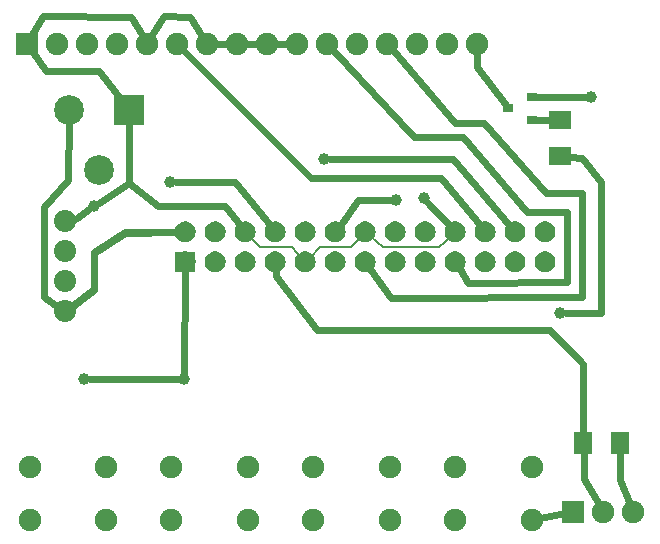
<source format=gtl>
G04 MADE WITH FRITZING*
G04 WWW.FRITZING.ORG*
G04 DOUBLE SIDED*
G04 HOLES PLATED*
G04 CONTOUR ON CENTER OF CONTOUR VECTOR*
%ASAXBY*%
%FSLAX23Y23*%
%MOIN*%
%OFA0B0*%
%SFA1.0B1.0*%
%ADD10C,0.075000*%
%ADD11C,0.099000*%
%ADD12C,0.073889*%
%ADD13C,0.070000*%
%ADD14C,0.039370*%
%ADD15R,0.075000X0.075000*%
%ADD16R,0.099000X0.099000*%
%ADD17R,0.035433X0.031496*%
%ADD18R,0.062992X0.074803*%
%ADD19R,0.074803X0.062992*%
%ADD20R,0.070000X0.070000*%
%ADD21C,0.024000*%
%ADD22C,0.008000*%
%ADD23R,0.001000X0.001000*%
%LNCOPPER1*%
G90*
G70*
G54D10*
X54Y1650D03*
X154Y1650D03*
X254Y1650D03*
X354Y1650D03*
X454Y1650D03*
X554Y1650D03*
X654Y1650D03*
X754Y1650D03*
X854Y1650D03*
X954Y1650D03*
X1054Y1650D03*
X1154Y1650D03*
X1254Y1650D03*
X1354Y1650D03*
X1454Y1650D03*
X1554Y1650D03*
G54D11*
X194Y1429D03*
X394Y1429D03*
X294Y1229D03*
G54D10*
X63Y241D03*
X319Y241D03*
X63Y64D03*
X319Y64D03*
X535Y241D03*
X791Y241D03*
X535Y64D03*
X791Y64D03*
X2074Y91D03*
X1974Y91D03*
X1874Y91D03*
X1008Y241D03*
X1264Y241D03*
X1008Y64D03*
X1264Y64D03*
X1480Y241D03*
X1736Y241D03*
X1480Y64D03*
X1736Y64D03*
G54D12*
X180Y760D03*
X180Y860D03*
X180Y960D03*
X180Y1060D03*
G54D13*
X782Y922D03*
X882Y922D03*
X982Y922D03*
X1282Y922D03*
X1382Y922D03*
X1482Y922D03*
X1082Y922D03*
X1182Y922D03*
X1682Y922D03*
X1782Y922D03*
X1582Y922D03*
X782Y1022D03*
X882Y1022D03*
X982Y1022D03*
X1282Y1022D03*
X1382Y1022D03*
X1482Y1022D03*
X1082Y1022D03*
X1182Y1022D03*
X1682Y1022D03*
X1782Y1022D03*
X1582Y1022D03*
X582Y1022D03*
X682Y1022D03*
X582Y922D03*
X682Y922D03*
G54D14*
X244Y532D03*
X579Y532D03*
X1831Y753D03*
X531Y1190D03*
X1283Y1131D03*
X1378Y1135D03*
X1933Y1473D03*
X1044Y1267D03*
X277Y1110D03*
G54D15*
X54Y1651D03*
G54D16*
X394Y1429D03*
G54D17*
X1736Y1398D03*
X1736Y1473D03*
X1657Y1436D03*
G54D18*
X2031Y320D03*
X1909Y320D03*
G54D19*
X1831Y1398D03*
X1831Y1276D03*
G54D15*
X1874Y91D03*
G54D20*
X582Y922D03*
G54D21*
X883Y896D02*
X884Y875D01*
D02*
X884Y875D02*
X1020Y698D01*
D02*
X1020Y698D02*
X1799Y698D01*
D02*
X1909Y584D02*
X1909Y351D01*
D02*
X1799Y698D02*
X1909Y584D01*
D02*
X375Y1455D02*
X295Y1560D01*
D02*
X401Y1740D02*
X440Y1675D01*
D02*
X109Y1742D02*
X401Y1740D01*
D02*
X69Y1675D02*
X109Y1742D01*
D02*
X599Y1740D02*
X639Y1675D01*
D02*
X510Y1742D02*
X599Y1740D01*
D02*
X469Y1675D02*
X510Y1742D01*
D02*
X683Y1650D02*
X726Y1650D01*
D02*
X783Y1650D02*
X826Y1650D01*
D02*
X883Y1650D02*
X926Y1650D01*
D02*
X1650Y1446D02*
X1554Y1572D01*
D02*
X491Y1111D02*
X713Y1111D01*
D02*
X394Y1398D02*
X394Y1185D01*
D02*
X394Y1185D02*
X491Y1111D01*
D02*
X713Y1111D02*
X766Y1043D01*
G54D22*
D02*
X937Y974D02*
X830Y973D01*
D02*
X830Y973D02*
X797Y1008D01*
D02*
X969Y938D02*
X937Y974D01*
G54D21*
D02*
X560Y532D02*
X263Y532D01*
D02*
X579Y551D02*
X582Y896D01*
D02*
X575Y1630D02*
X1002Y1203D01*
D02*
X1002Y1203D02*
X1434Y1202D01*
D02*
X1434Y1202D02*
X1566Y1043D01*
D02*
X1748Y1398D02*
X1799Y1398D01*
D02*
X1508Y1339D02*
X1720Y1090D01*
D02*
X1855Y1090D02*
X1855Y855D01*
D02*
X1855Y855D02*
X1523Y854D01*
D02*
X1523Y854D02*
X1496Y900D01*
D02*
X1905Y1154D02*
X1905Y807D01*
D02*
X1905Y807D02*
X1268Y803D01*
D02*
X1268Y803D02*
X1197Y901D01*
D02*
X1074Y1629D02*
X1343Y1339D01*
D02*
X1273Y1629D02*
X1480Y1388D01*
G54D22*
D02*
X1240Y974D02*
X1198Y1009D01*
D02*
X1429Y974D02*
X1240Y974D01*
D02*
X1467Y1008D02*
X1429Y974D01*
G54D21*
D02*
X1391Y1121D02*
X1464Y1042D01*
D02*
X1748Y1473D02*
X1914Y1473D01*
D02*
X556Y1023D02*
X381Y1024D01*
D02*
X181Y757D02*
X278Y831D01*
D02*
X110Y808D02*
X181Y757D01*
D02*
X110Y1107D02*
X110Y808D01*
D02*
X192Y1197D02*
X110Y1107D01*
D02*
X193Y1398D02*
X192Y1197D01*
D02*
X2032Y288D02*
X2032Y197D01*
D02*
X1863Y1274D02*
X1905Y1271D01*
D02*
X550Y1190D02*
X748Y1190D01*
D02*
X748Y1190D02*
X866Y1043D01*
D02*
X1264Y1130D02*
X1157Y1130D01*
D02*
X1960Y116D02*
X1910Y201D01*
D02*
X1910Y201D02*
X1910Y288D01*
D02*
X1764Y69D02*
X1846Y86D01*
D02*
X213Y1067D02*
X221Y1069D01*
D02*
X394Y1185D02*
X394Y1398D01*
D02*
X279Y952D02*
X381Y1020D01*
D02*
X381Y1020D02*
X556Y1022D01*
D02*
X278Y831D02*
X279Y952D01*
D02*
X279Y832D02*
X207Y780D01*
D02*
X279Y957D02*
X279Y832D01*
D02*
X381Y1024D02*
X279Y957D01*
D02*
X2032Y197D02*
X2063Y118D01*
D02*
X118Y1560D02*
X71Y1627D01*
D02*
X295Y1560D02*
X118Y1560D01*
D02*
X221Y1069D02*
X262Y1099D01*
D02*
X1157Y1130D02*
X1097Y1044D01*
D02*
X1665Y1042D02*
X1475Y1265D01*
D02*
X1475Y1265D02*
X1063Y1267D01*
D02*
X1720Y1090D02*
X1855Y1090D01*
D02*
X1343Y1339D02*
X1508Y1339D01*
D02*
X1783Y1154D02*
X1905Y1154D01*
D02*
X1576Y1388D02*
X1783Y1154D01*
D02*
X1480Y1388D02*
X1576Y1388D01*
D02*
X1905Y1271D02*
X1968Y1191D01*
D02*
X1968Y753D02*
X1850Y753D01*
D02*
X1554Y1572D02*
X1554Y1622D01*
D02*
X1968Y1191D02*
X1968Y753D01*
D02*
X293Y1120D02*
X394Y1185D01*
G54D22*
D02*
X1032Y973D02*
X1134Y973D01*
D02*
X1134Y973D02*
X1168Y1008D01*
D02*
X996Y937D02*
X1032Y973D01*
G54D23*
X577Y1058D02*
X586Y1058D01*
X677Y1058D02*
X686Y1058D01*
X777Y1058D02*
X786Y1058D01*
X877Y1058D02*
X886Y1058D01*
X977Y1058D02*
X986Y1058D01*
X1077Y1058D02*
X1086Y1058D01*
X1176Y1058D02*
X1186Y1058D01*
X1276Y1058D02*
X1286Y1058D01*
X1376Y1058D02*
X1386Y1058D01*
X1476Y1058D02*
X1486Y1058D01*
X1576Y1058D02*
X1586Y1058D01*
X1676Y1058D02*
X1686Y1058D01*
X1776Y1058D02*
X1786Y1058D01*
X573Y1057D02*
X590Y1057D01*
X673Y1057D02*
X690Y1057D01*
X773Y1057D02*
X790Y1057D01*
X873Y1057D02*
X890Y1057D01*
X973Y1057D02*
X990Y1057D01*
X1073Y1057D02*
X1090Y1057D01*
X1172Y1057D02*
X1190Y1057D01*
X1272Y1057D02*
X1290Y1057D01*
X1372Y1057D02*
X1390Y1057D01*
X1472Y1057D02*
X1490Y1057D01*
X1572Y1057D02*
X1590Y1057D01*
X1672Y1057D02*
X1690Y1057D01*
X1772Y1057D02*
X1790Y1057D01*
X570Y1056D02*
X593Y1056D01*
X670Y1056D02*
X693Y1056D01*
X770Y1056D02*
X793Y1056D01*
X870Y1056D02*
X893Y1056D01*
X970Y1056D02*
X993Y1056D01*
X1070Y1056D02*
X1093Y1056D01*
X1170Y1056D02*
X1193Y1056D01*
X1270Y1056D02*
X1293Y1056D01*
X1370Y1056D02*
X1393Y1056D01*
X1470Y1056D02*
X1493Y1056D01*
X1570Y1056D02*
X1593Y1056D01*
X1670Y1056D02*
X1692Y1056D01*
X1770Y1056D02*
X1792Y1056D01*
X568Y1055D02*
X595Y1055D01*
X668Y1055D02*
X695Y1055D01*
X768Y1055D02*
X795Y1055D01*
X868Y1055D02*
X895Y1055D01*
X968Y1055D02*
X995Y1055D01*
X1068Y1055D02*
X1095Y1055D01*
X1168Y1055D02*
X1195Y1055D01*
X1268Y1055D02*
X1295Y1055D01*
X1367Y1055D02*
X1395Y1055D01*
X1467Y1055D02*
X1495Y1055D01*
X1567Y1055D02*
X1595Y1055D01*
X1667Y1055D02*
X1695Y1055D01*
X1767Y1055D02*
X1795Y1055D01*
X566Y1054D02*
X597Y1054D01*
X666Y1054D02*
X697Y1054D01*
X766Y1054D02*
X797Y1054D01*
X866Y1054D02*
X897Y1054D01*
X966Y1054D02*
X997Y1054D01*
X1066Y1054D02*
X1097Y1054D01*
X1166Y1054D02*
X1197Y1054D01*
X1266Y1054D02*
X1297Y1054D01*
X1366Y1054D02*
X1397Y1054D01*
X1466Y1054D02*
X1497Y1054D01*
X1566Y1054D02*
X1597Y1054D01*
X1665Y1054D02*
X1697Y1054D01*
X1765Y1054D02*
X1797Y1054D01*
X564Y1053D02*
X599Y1053D01*
X664Y1053D02*
X699Y1053D01*
X764Y1053D02*
X799Y1053D01*
X864Y1053D02*
X898Y1053D01*
X964Y1053D02*
X998Y1053D01*
X1064Y1053D02*
X1098Y1053D01*
X1164Y1053D02*
X1198Y1053D01*
X1264Y1053D02*
X1298Y1053D01*
X1364Y1053D02*
X1398Y1053D01*
X1464Y1053D02*
X1498Y1053D01*
X1564Y1053D02*
X1598Y1053D01*
X1664Y1053D02*
X1698Y1053D01*
X1764Y1053D02*
X1798Y1053D01*
X563Y1052D02*
X600Y1052D01*
X663Y1052D02*
X700Y1052D01*
X763Y1052D02*
X800Y1052D01*
X863Y1052D02*
X900Y1052D01*
X963Y1052D02*
X1000Y1052D01*
X1063Y1052D02*
X1100Y1052D01*
X1163Y1052D02*
X1200Y1052D01*
X1263Y1052D02*
X1300Y1052D01*
X1362Y1052D02*
X1400Y1052D01*
X1462Y1052D02*
X1500Y1052D01*
X1562Y1052D02*
X1600Y1052D01*
X1662Y1052D02*
X1700Y1052D01*
X1762Y1052D02*
X1800Y1052D01*
X561Y1051D02*
X601Y1051D01*
X661Y1051D02*
X701Y1051D01*
X761Y1051D02*
X801Y1051D01*
X861Y1051D02*
X901Y1051D01*
X961Y1051D02*
X1001Y1051D01*
X1061Y1051D02*
X1101Y1051D01*
X1161Y1051D02*
X1201Y1051D01*
X1261Y1051D02*
X1301Y1051D01*
X1361Y1051D02*
X1401Y1051D01*
X1461Y1051D02*
X1501Y1051D01*
X1561Y1051D02*
X1601Y1051D01*
X1661Y1051D02*
X1701Y1051D01*
X1761Y1051D02*
X1801Y1051D01*
X560Y1050D02*
X603Y1050D01*
X660Y1050D02*
X703Y1050D01*
X760Y1050D02*
X803Y1050D01*
X860Y1050D02*
X903Y1050D01*
X960Y1050D02*
X1003Y1050D01*
X1060Y1050D02*
X1102Y1050D01*
X1160Y1050D02*
X1202Y1050D01*
X1260Y1050D02*
X1302Y1050D01*
X1360Y1050D02*
X1402Y1050D01*
X1460Y1050D02*
X1502Y1050D01*
X1560Y1050D02*
X1602Y1050D01*
X1660Y1050D02*
X1702Y1050D01*
X1760Y1050D02*
X1802Y1050D01*
X559Y1049D02*
X604Y1049D01*
X659Y1049D02*
X704Y1049D01*
X759Y1049D02*
X804Y1049D01*
X859Y1049D02*
X904Y1049D01*
X959Y1049D02*
X1004Y1049D01*
X1059Y1049D02*
X1104Y1049D01*
X1159Y1049D02*
X1204Y1049D01*
X1259Y1049D02*
X1304Y1049D01*
X1359Y1049D02*
X1404Y1049D01*
X1459Y1049D02*
X1503Y1049D01*
X1559Y1049D02*
X1603Y1049D01*
X1659Y1049D02*
X1703Y1049D01*
X1759Y1049D02*
X1803Y1049D01*
X558Y1048D02*
X605Y1048D01*
X658Y1048D02*
X705Y1048D01*
X758Y1048D02*
X805Y1048D01*
X858Y1048D02*
X905Y1048D01*
X958Y1048D02*
X1005Y1048D01*
X1058Y1048D02*
X1105Y1048D01*
X1158Y1048D02*
X1205Y1048D01*
X1258Y1048D02*
X1305Y1048D01*
X1358Y1048D02*
X1405Y1048D01*
X1458Y1048D02*
X1505Y1048D01*
X1558Y1048D02*
X1605Y1048D01*
X1658Y1048D02*
X1704Y1048D01*
X1758Y1048D02*
X1804Y1048D01*
X557Y1047D02*
X606Y1047D01*
X657Y1047D02*
X706Y1047D01*
X757Y1047D02*
X806Y1047D01*
X857Y1047D02*
X906Y1047D01*
X957Y1047D02*
X1006Y1047D01*
X1057Y1047D02*
X1106Y1047D01*
X1157Y1047D02*
X1206Y1047D01*
X1257Y1047D02*
X1306Y1047D01*
X1357Y1047D02*
X1406Y1047D01*
X1457Y1047D02*
X1506Y1047D01*
X1557Y1047D02*
X1605Y1047D01*
X1657Y1047D02*
X1705Y1047D01*
X1757Y1047D02*
X1805Y1047D01*
X556Y1046D02*
X607Y1046D01*
X656Y1046D02*
X707Y1046D01*
X756Y1046D02*
X807Y1046D01*
X856Y1046D02*
X907Y1046D01*
X956Y1046D02*
X1007Y1046D01*
X1056Y1046D02*
X1107Y1046D01*
X1156Y1046D02*
X1207Y1046D01*
X1256Y1046D02*
X1307Y1046D01*
X1356Y1046D02*
X1406Y1046D01*
X1456Y1046D02*
X1506Y1046D01*
X1556Y1046D02*
X1606Y1046D01*
X1656Y1046D02*
X1706Y1046D01*
X1756Y1046D02*
X1806Y1046D01*
X555Y1045D02*
X608Y1045D01*
X655Y1045D02*
X708Y1045D01*
X755Y1045D02*
X808Y1045D01*
X855Y1045D02*
X908Y1045D01*
X955Y1045D02*
X1007Y1045D01*
X1055Y1045D02*
X1107Y1045D01*
X1155Y1045D02*
X1207Y1045D01*
X1255Y1045D02*
X1307Y1045D01*
X1355Y1045D02*
X1407Y1045D01*
X1455Y1045D02*
X1507Y1045D01*
X1555Y1045D02*
X1607Y1045D01*
X1655Y1045D02*
X1707Y1045D01*
X1755Y1045D02*
X1807Y1045D01*
X554Y1044D02*
X608Y1044D01*
X654Y1044D02*
X708Y1044D01*
X754Y1044D02*
X808Y1044D01*
X854Y1044D02*
X908Y1044D01*
X954Y1044D02*
X1008Y1044D01*
X1054Y1044D02*
X1108Y1044D01*
X1154Y1044D02*
X1208Y1044D01*
X1254Y1044D02*
X1308Y1044D01*
X1354Y1044D02*
X1408Y1044D01*
X1454Y1044D02*
X1508Y1044D01*
X1554Y1044D02*
X1608Y1044D01*
X1654Y1044D02*
X1708Y1044D01*
X1754Y1044D02*
X1808Y1044D01*
X554Y1043D02*
X609Y1043D01*
X654Y1043D02*
X709Y1043D01*
X754Y1043D02*
X809Y1043D01*
X854Y1043D02*
X909Y1043D01*
X954Y1043D02*
X1009Y1043D01*
X1053Y1043D02*
X1109Y1043D01*
X1153Y1043D02*
X1209Y1043D01*
X1253Y1043D02*
X1309Y1043D01*
X1353Y1043D02*
X1409Y1043D01*
X1453Y1043D02*
X1509Y1043D01*
X1553Y1043D02*
X1609Y1043D01*
X1653Y1043D02*
X1709Y1043D01*
X1753Y1043D02*
X1809Y1043D01*
X553Y1042D02*
X610Y1042D01*
X653Y1042D02*
X710Y1042D01*
X753Y1042D02*
X810Y1042D01*
X853Y1042D02*
X910Y1042D01*
X953Y1042D02*
X1010Y1042D01*
X1053Y1042D02*
X1110Y1042D01*
X1153Y1042D02*
X1210Y1042D01*
X1253Y1042D02*
X1310Y1042D01*
X1353Y1042D02*
X1410Y1042D01*
X1453Y1042D02*
X1510Y1042D01*
X1553Y1042D02*
X1610Y1042D01*
X1653Y1042D02*
X1709Y1042D01*
X1753Y1042D02*
X1809Y1042D01*
X552Y1041D02*
X611Y1041D01*
X652Y1041D02*
X711Y1041D01*
X752Y1041D02*
X810Y1041D01*
X852Y1041D02*
X910Y1041D01*
X952Y1041D02*
X1010Y1041D01*
X1052Y1041D02*
X1110Y1041D01*
X1152Y1041D02*
X1210Y1041D01*
X1252Y1041D02*
X1310Y1041D01*
X1352Y1041D02*
X1410Y1041D01*
X1452Y1041D02*
X1510Y1041D01*
X1552Y1041D02*
X1610Y1041D01*
X1652Y1041D02*
X1710Y1041D01*
X1752Y1041D02*
X1810Y1041D01*
X552Y1040D02*
X611Y1040D01*
X652Y1040D02*
X711Y1040D01*
X752Y1040D02*
X811Y1040D01*
X852Y1040D02*
X911Y1040D01*
X952Y1040D02*
X1011Y1040D01*
X1052Y1040D02*
X1111Y1040D01*
X1151Y1040D02*
X1211Y1040D01*
X1251Y1040D02*
X1311Y1040D01*
X1351Y1040D02*
X1411Y1040D01*
X1451Y1040D02*
X1511Y1040D01*
X1551Y1040D02*
X1611Y1040D01*
X1651Y1040D02*
X1711Y1040D01*
X1751Y1040D02*
X1811Y1040D01*
X551Y1039D02*
X612Y1039D01*
X651Y1039D02*
X712Y1039D01*
X751Y1039D02*
X812Y1039D01*
X851Y1039D02*
X912Y1039D01*
X951Y1039D02*
X1012Y1039D01*
X1051Y1039D02*
X1112Y1039D01*
X1151Y1039D02*
X1212Y1039D01*
X1251Y1039D02*
X1311Y1039D01*
X1351Y1039D02*
X1411Y1039D01*
X1451Y1039D02*
X1511Y1039D01*
X1551Y1039D02*
X1611Y1039D01*
X1651Y1039D02*
X1711Y1039D01*
X1751Y1039D02*
X1811Y1039D01*
X551Y1038D02*
X576Y1038D01*
X587Y1038D02*
X612Y1038D01*
X651Y1038D02*
X676Y1038D01*
X687Y1038D02*
X712Y1038D01*
X751Y1038D02*
X776Y1038D01*
X787Y1038D02*
X812Y1038D01*
X850Y1038D02*
X876Y1038D01*
X886Y1038D02*
X912Y1038D01*
X950Y1038D02*
X976Y1038D01*
X986Y1038D02*
X1012Y1038D01*
X1050Y1038D02*
X1076Y1038D01*
X1086Y1038D02*
X1112Y1038D01*
X1150Y1038D02*
X1176Y1038D01*
X1186Y1038D02*
X1212Y1038D01*
X1250Y1038D02*
X1276Y1038D01*
X1286Y1038D02*
X1312Y1038D01*
X1350Y1038D02*
X1376Y1038D01*
X1386Y1038D02*
X1412Y1038D01*
X1450Y1038D02*
X1476Y1038D01*
X1486Y1038D02*
X1512Y1038D01*
X1550Y1038D02*
X1576Y1038D01*
X1586Y1038D02*
X1612Y1038D01*
X1650Y1038D02*
X1676Y1038D01*
X1686Y1038D02*
X1712Y1038D01*
X1750Y1038D02*
X1776Y1038D01*
X1786Y1038D02*
X1812Y1038D01*
X550Y1037D02*
X573Y1037D01*
X590Y1037D02*
X613Y1037D01*
X650Y1037D02*
X673Y1037D01*
X690Y1037D02*
X713Y1037D01*
X750Y1037D02*
X773Y1037D01*
X790Y1037D02*
X813Y1037D01*
X850Y1037D02*
X873Y1037D01*
X889Y1037D02*
X913Y1037D01*
X950Y1037D02*
X973Y1037D01*
X989Y1037D02*
X1013Y1037D01*
X1050Y1037D02*
X1073Y1037D01*
X1089Y1037D02*
X1113Y1037D01*
X1150Y1037D02*
X1173Y1037D01*
X1189Y1037D02*
X1213Y1037D01*
X1250Y1037D02*
X1273Y1037D01*
X1289Y1037D02*
X1313Y1037D01*
X1350Y1037D02*
X1373Y1037D01*
X1389Y1037D02*
X1412Y1037D01*
X1450Y1037D02*
X1473Y1037D01*
X1489Y1037D02*
X1512Y1037D01*
X1550Y1037D02*
X1573Y1037D01*
X1589Y1037D02*
X1612Y1037D01*
X1650Y1037D02*
X1673Y1037D01*
X1689Y1037D02*
X1712Y1037D01*
X1750Y1037D02*
X1773Y1037D01*
X1789Y1037D02*
X1812Y1037D01*
X550Y1036D02*
X572Y1036D01*
X591Y1036D02*
X613Y1036D01*
X650Y1036D02*
X671Y1036D01*
X691Y1036D02*
X713Y1036D01*
X750Y1036D02*
X771Y1036D01*
X791Y1036D02*
X813Y1036D01*
X850Y1036D02*
X871Y1036D01*
X891Y1036D02*
X913Y1036D01*
X950Y1036D02*
X971Y1036D01*
X991Y1036D02*
X1013Y1036D01*
X1049Y1036D02*
X1071Y1036D01*
X1091Y1036D02*
X1113Y1036D01*
X1149Y1036D02*
X1171Y1036D01*
X1191Y1036D02*
X1213Y1036D01*
X1249Y1036D02*
X1271Y1036D01*
X1291Y1036D02*
X1313Y1036D01*
X1349Y1036D02*
X1371Y1036D01*
X1391Y1036D02*
X1413Y1036D01*
X1449Y1036D02*
X1471Y1036D01*
X1491Y1036D02*
X1513Y1036D01*
X1549Y1036D02*
X1571Y1036D01*
X1591Y1036D02*
X1613Y1036D01*
X1649Y1036D02*
X1671Y1036D01*
X1691Y1036D02*
X1713Y1036D01*
X1749Y1036D02*
X1771Y1036D01*
X1791Y1036D02*
X1813Y1036D01*
X549Y1035D02*
X570Y1035D01*
X593Y1035D02*
X614Y1035D01*
X649Y1035D02*
X670Y1035D01*
X693Y1035D02*
X714Y1035D01*
X749Y1035D02*
X770Y1035D01*
X793Y1035D02*
X814Y1035D01*
X849Y1035D02*
X870Y1035D01*
X893Y1035D02*
X914Y1035D01*
X949Y1035D02*
X970Y1035D01*
X992Y1035D02*
X1013Y1035D01*
X1049Y1035D02*
X1070Y1035D01*
X1092Y1035D02*
X1113Y1035D01*
X1149Y1035D02*
X1170Y1035D01*
X1192Y1035D02*
X1213Y1035D01*
X1249Y1035D02*
X1270Y1035D01*
X1292Y1035D02*
X1313Y1035D01*
X1349Y1035D02*
X1370Y1035D01*
X1392Y1035D02*
X1413Y1035D01*
X1449Y1035D02*
X1470Y1035D01*
X1492Y1035D02*
X1513Y1035D01*
X1549Y1035D02*
X1570Y1035D01*
X1592Y1035D02*
X1613Y1035D01*
X1649Y1035D02*
X1670Y1035D01*
X1692Y1035D02*
X1713Y1035D01*
X1749Y1035D02*
X1770Y1035D01*
X1792Y1035D02*
X1813Y1035D01*
X549Y1034D02*
X569Y1034D01*
X594Y1034D02*
X614Y1034D01*
X649Y1034D02*
X669Y1034D01*
X694Y1034D02*
X714Y1034D01*
X749Y1034D02*
X769Y1034D01*
X794Y1034D02*
X814Y1034D01*
X849Y1034D02*
X869Y1034D01*
X894Y1034D02*
X914Y1034D01*
X949Y1034D02*
X969Y1034D01*
X993Y1034D02*
X1014Y1034D01*
X1049Y1034D02*
X1069Y1034D01*
X1093Y1034D02*
X1114Y1034D01*
X1149Y1034D02*
X1169Y1034D01*
X1193Y1034D02*
X1214Y1034D01*
X1249Y1034D02*
X1269Y1034D01*
X1293Y1034D02*
X1314Y1034D01*
X1349Y1034D02*
X1369Y1034D01*
X1393Y1034D02*
X1414Y1034D01*
X1449Y1034D02*
X1469Y1034D01*
X1493Y1034D02*
X1514Y1034D01*
X1548Y1034D02*
X1569Y1034D01*
X1593Y1034D02*
X1614Y1034D01*
X1648Y1034D02*
X1669Y1034D01*
X1693Y1034D02*
X1714Y1034D01*
X1748Y1034D02*
X1769Y1034D01*
X1793Y1034D02*
X1814Y1034D01*
X549Y1033D02*
X568Y1033D01*
X594Y1033D02*
X614Y1033D01*
X648Y1033D02*
X668Y1033D01*
X694Y1033D02*
X714Y1033D01*
X748Y1033D02*
X768Y1033D01*
X794Y1033D02*
X814Y1033D01*
X848Y1033D02*
X868Y1033D01*
X894Y1033D02*
X914Y1033D01*
X948Y1033D02*
X968Y1033D01*
X994Y1033D02*
X1014Y1033D01*
X1048Y1033D02*
X1068Y1033D01*
X1094Y1033D02*
X1114Y1033D01*
X1148Y1033D02*
X1168Y1033D01*
X1194Y1033D02*
X1214Y1033D01*
X1248Y1033D02*
X1268Y1033D01*
X1294Y1033D02*
X1314Y1033D01*
X1348Y1033D02*
X1368Y1033D01*
X1394Y1033D02*
X1414Y1033D01*
X1448Y1033D02*
X1468Y1033D01*
X1494Y1033D02*
X1514Y1033D01*
X1548Y1033D02*
X1568Y1033D01*
X1594Y1033D02*
X1614Y1033D01*
X1648Y1033D02*
X1668Y1033D01*
X1694Y1033D02*
X1714Y1033D01*
X1748Y1033D02*
X1768Y1033D01*
X1794Y1033D02*
X1814Y1033D01*
X548Y1032D02*
X568Y1032D01*
X595Y1032D02*
X615Y1032D01*
X648Y1032D02*
X668Y1032D01*
X695Y1032D02*
X715Y1032D01*
X748Y1032D02*
X768Y1032D01*
X795Y1032D02*
X815Y1032D01*
X848Y1032D02*
X868Y1032D01*
X895Y1032D02*
X915Y1032D01*
X948Y1032D02*
X968Y1032D01*
X995Y1032D02*
X1015Y1032D01*
X1048Y1032D02*
X1068Y1032D01*
X1095Y1032D02*
X1114Y1032D01*
X1148Y1032D02*
X1168Y1032D01*
X1195Y1032D02*
X1214Y1032D01*
X1248Y1032D02*
X1268Y1032D01*
X1295Y1032D02*
X1314Y1032D01*
X1348Y1032D02*
X1368Y1032D01*
X1395Y1032D02*
X1414Y1032D01*
X1448Y1032D02*
X1468Y1032D01*
X1495Y1032D02*
X1514Y1032D01*
X1548Y1032D02*
X1567Y1032D01*
X1595Y1032D02*
X1614Y1032D01*
X1648Y1032D02*
X1667Y1032D01*
X1695Y1032D02*
X1714Y1032D01*
X1748Y1032D02*
X1767Y1032D01*
X1795Y1032D02*
X1814Y1032D01*
X548Y1031D02*
X567Y1031D01*
X596Y1031D02*
X615Y1031D01*
X648Y1031D02*
X667Y1031D01*
X695Y1031D02*
X715Y1031D01*
X748Y1031D02*
X767Y1031D01*
X795Y1031D02*
X815Y1031D01*
X848Y1031D02*
X867Y1031D01*
X895Y1031D02*
X915Y1031D01*
X948Y1031D02*
X967Y1031D01*
X995Y1031D02*
X1015Y1031D01*
X1048Y1031D02*
X1067Y1031D01*
X1095Y1031D02*
X1115Y1031D01*
X1148Y1031D02*
X1167Y1031D01*
X1195Y1031D02*
X1215Y1031D01*
X1248Y1031D02*
X1267Y1031D01*
X1295Y1031D02*
X1315Y1031D01*
X1348Y1031D02*
X1367Y1031D01*
X1395Y1031D02*
X1415Y1031D01*
X1448Y1031D02*
X1467Y1031D01*
X1495Y1031D02*
X1515Y1031D01*
X1548Y1031D02*
X1567Y1031D01*
X1595Y1031D02*
X1615Y1031D01*
X1648Y1031D02*
X1667Y1031D01*
X1695Y1031D02*
X1715Y1031D01*
X1747Y1031D02*
X1767Y1031D01*
X1795Y1031D02*
X1815Y1031D01*
X548Y1030D02*
X567Y1030D01*
X596Y1030D02*
X615Y1030D01*
X648Y1030D02*
X667Y1030D01*
X696Y1030D02*
X715Y1030D01*
X748Y1030D02*
X767Y1030D01*
X796Y1030D02*
X815Y1030D01*
X848Y1030D02*
X867Y1030D01*
X896Y1030D02*
X915Y1030D01*
X948Y1030D02*
X967Y1030D01*
X996Y1030D02*
X1015Y1030D01*
X1047Y1030D02*
X1067Y1030D01*
X1096Y1030D02*
X1115Y1030D01*
X1147Y1030D02*
X1167Y1030D01*
X1196Y1030D02*
X1215Y1030D01*
X1247Y1030D02*
X1267Y1030D01*
X1296Y1030D02*
X1315Y1030D01*
X1347Y1030D02*
X1367Y1030D01*
X1396Y1030D02*
X1415Y1030D01*
X1447Y1030D02*
X1467Y1030D01*
X1496Y1030D02*
X1515Y1030D01*
X1547Y1030D02*
X1567Y1030D01*
X1596Y1030D02*
X1615Y1030D01*
X1647Y1030D02*
X1667Y1030D01*
X1696Y1030D02*
X1715Y1030D01*
X1747Y1030D02*
X1767Y1030D01*
X1795Y1030D02*
X1815Y1030D01*
X547Y1029D02*
X567Y1029D01*
X596Y1029D02*
X615Y1029D01*
X647Y1029D02*
X667Y1029D01*
X696Y1029D02*
X715Y1029D01*
X747Y1029D02*
X767Y1029D01*
X796Y1029D02*
X815Y1029D01*
X847Y1029D02*
X867Y1029D01*
X896Y1029D02*
X915Y1029D01*
X947Y1029D02*
X966Y1029D01*
X996Y1029D02*
X1015Y1029D01*
X1047Y1029D02*
X1066Y1029D01*
X1096Y1029D02*
X1115Y1029D01*
X1147Y1029D02*
X1166Y1029D01*
X1196Y1029D02*
X1215Y1029D01*
X1247Y1029D02*
X1266Y1029D01*
X1296Y1029D02*
X1315Y1029D01*
X1347Y1029D02*
X1366Y1029D01*
X1396Y1029D02*
X1415Y1029D01*
X1447Y1029D02*
X1466Y1029D01*
X1496Y1029D02*
X1515Y1029D01*
X1547Y1029D02*
X1566Y1029D01*
X1596Y1029D02*
X1615Y1029D01*
X1647Y1029D02*
X1666Y1029D01*
X1696Y1029D02*
X1715Y1029D01*
X1747Y1029D02*
X1766Y1029D01*
X1796Y1029D02*
X1815Y1029D01*
X547Y1028D02*
X566Y1028D01*
X596Y1028D02*
X616Y1028D01*
X647Y1028D02*
X666Y1028D01*
X696Y1028D02*
X716Y1028D01*
X747Y1028D02*
X766Y1028D01*
X796Y1028D02*
X815Y1028D01*
X847Y1028D02*
X866Y1028D01*
X896Y1028D02*
X915Y1028D01*
X947Y1028D02*
X966Y1028D01*
X996Y1028D02*
X1015Y1028D01*
X1047Y1028D02*
X1066Y1028D01*
X1096Y1028D02*
X1115Y1028D01*
X1147Y1028D02*
X1166Y1028D01*
X1196Y1028D02*
X1215Y1028D01*
X1247Y1028D02*
X1266Y1028D01*
X1296Y1028D02*
X1315Y1028D01*
X1347Y1028D02*
X1366Y1028D01*
X1396Y1028D02*
X1415Y1028D01*
X1447Y1028D02*
X1466Y1028D01*
X1496Y1028D02*
X1515Y1028D01*
X1547Y1028D02*
X1566Y1028D01*
X1596Y1028D02*
X1615Y1028D01*
X1647Y1028D02*
X1666Y1028D01*
X1696Y1028D02*
X1715Y1028D01*
X1747Y1028D02*
X1766Y1028D01*
X1796Y1028D02*
X1815Y1028D01*
X547Y1027D02*
X566Y1027D01*
X597Y1027D02*
X616Y1027D01*
X647Y1027D02*
X666Y1027D01*
X697Y1027D02*
X716Y1027D01*
X747Y1027D02*
X766Y1027D01*
X797Y1027D02*
X816Y1027D01*
X847Y1027D02*
X866Y1027D01*
X897Y1027D02*
X916Y1027D01*
X947Y1027D02*
X966Y1027D01*
X997Y1027D02*
X1016Y1027D01*
X1047Y1027D02*
X1066Y1027D01*
X1096Y1027D02*
X1116Y1027D01*
X1147Y1027D02*
X1166Y1027D01*
X1196Y1027D02*
X1215Y1027D01*
X1247Y1027D02*
X1266Y1027D01*
X1296Y1027D02*
X1315Y1027D01*
X1347Y1027D02*
X1366Y1027D01*
X1396Y1027D02*
X1415Y1027D01*
X1447Y1027D02*
X1466Y1027D01*
X1496Y1027D02*
X1515Y1027D01*
X1547Y1027D02*
X1566Y1027D01*
X1596Y1027D02*
X1615Y1027D01*
X1647Y1027D02*
X1666Y1027D01*
X1696Y1027D02*
X1715Y1027D01*
X1747Y1027D02*
X1766Y1027D01*
X1796Y1027D02*
X1815Y1027D01*
X547Y1026D02*
X566Y1026D01*
X597Y1026D02*
X616Y1026D01*
X647Y1026D02*
X666Y1026D01*
X697Y1026D02*
X716Y1026D01*
X747Y1026D02*
X766Y1026D01*
X797Y1026D02*
X816Y1026D01*
X847Y1026D02*
X866Y1026D01*
X897Y1026D02*
X916Y1026D01*
X947Y1026D02*
X966Y1026D01*
X997Y1026D02*
X1016Y1026D01*
X1047Y1026D02*
X1066Y1026D01*
X1097Y1026D02*
X1116Y1026D01*
X1147Y1026D02*
X1166Y1026D01*
X1197Y1026D02*
X1216Y1026D01*
X1247Y1026D02*
X1266Y1026D01*
X1297Y1026D02*
X1316Y1026D01*
X1347Y1026D02*
X1366Y1026D01*
X1396Y1026D02*
X1416Y1026D01*
X1447Y1026D02*
X1466Y1026D01*
X1496Y1026D02*
X1515Y1026D01*
X1547Y1026D02*
X1566Y1026D01*
X1596Y1026D02*
X1615Y1026D01*
X1647Y1026D02*
X1666Y1026D01*
X1696Y1026D02*
X1715Y1026D01*
X1747Y1026D02*
X1766Y1026D01*
X1796Y1026D02*
X1815Y1026D01*
X547Y1025D02*
X566Y1025D01*
X597Y1025D02*
X616Y1025D01*
X647Y1025D02*
X666Y1025D01*
X697Y1025D02*
X716Y1025D01*
X747Y1025D02*
X766Y1025D01*
X797Y1025D02*
X816Y1025D01*
X847Y1025D02*
X866Y1025D01*
X897Y1025D02*
X916Y1025D01*
X947Y1025D02*
X966Y1025D01*
X997Y1025D02*
X1016Y1025D01*
X1047Y1025D02*
X1066Y1025D01*
X1097Y1025D02*
X1116Y1025D01*
X1147Y1025D02*
X1166Y1025D01*
X1197Y1025D02*
X1216Y1025D01*
X1247Y1025D02*
X1266Y1025D01*
X1297Y1025D02*
X1316Y1025D01*
X1347Y1025D02*
X1366Y1025D01*
X1397Y1025D02*
X1416Y1025D01*
X1447Y1025D02*
X1466Y1025D01*
X1497Y1025D02*
X1516Y1025D01*
X1547Y1025D02*
X1566Y1025D01*
X1597Y1025D02*
X1616Y1025D01*
X1647Y1025D02*
X1666Y1025D01*
X1696Y1025D02*
X1715Y1025D01*
X1747Y1025D02*
X1766Y1025D01*
X1796Y1025D02*
X1815Y1025D01*
X547Y1024D02*
X566Y1024D01*
X597Y1024D02*
X616Y1024D01*
X647Y1024D02*
X666Y1024D01*
X697Y1024D02*
X716Y1024D01*
X747Y1024D02*
X766Y1024D01*
X797Y1024D02*
X816Y1024D01*
X847Y1024D02*
X866Y1024D01*
X897Y1024D02*
X916Y1024D01*
X947Y1024D02*
X966Y1024D01*
X997Y1024D02*
X1016Y1024D01*
X1047Y1024D02*
X1066Y1024D01*
X1097Y1024D02*
X1116Y1024D01*
X1147Y1024D02*
X1166Y1024D01*
X1197Y1024D02*
X1216Y1024D01*
X1247Y1024D02*
X1266Y1024D01*
X1297Y1024D02*
X1316Y1024D01*
X1347Y1024D02*
X1366Y1024D01*
X1397Y1024D02*
X1416Y1024D01*
X1447Y1024D02*
X1466Y1024D01*
X1497Y1024D02*
X1516Y1024D01*
X1547Y1024D02*
X1566Y1024D01*
X1597Y1024D02*
X1616Y1024D01*
X1647Y1024D02*
X1666Y1024D01*
X1697Y1024D02*
X1716Y1024D01*
X1747Y1024D02*
X1766Y1024D01*
X1796Y1024D02*
X1815Y1024D01*
X547Y1023D02*
X566Y1023D01*
X597Y1023D02*
X616Y1023D01*
X647Y1023D02*
X666Y1023D01*
X697Y1023D02*
X716Y1023D01*
X747Y1023D02*
X766Y1023D01*
X797Y1023D02*
X816Y1023D01*
X847Y1023D02*
X866Y1023D01*
X897Y1023D02*
X916Y1023D01*
X947Y1023D02*
X966Y1023D01*
X997Y1023D02*
X1016Y1023D01*
X1047Y1023D02*
X1066Y1023D01*
X1097Y1023D02*
X1116Y1023D01*
X1147Y1023D02*
X1166Y1023D01*
X1197Y1023D02*
X1216Y1023D01*
X1247Y1023D02*
X1266Y1023D01*
X1297Y1023D02*
X1316Y1023D01*
X1347Y1023D02*
X1366Y1023D01*
X1397Y1023D02*
X1416Y1023D01*
X1447Y1023D02*
X1466Y1023D01*
X1497Y1023D02*
X1516Y1023D01*
X1547Y1023D02*
X1566Y1023D01*
X1597Y1023D02*
X1616Y1023D01*
X1647Y1023D02*
X1666Y1023D01*
X1697Y1023D02*
X1716Y1023D01*
X1747Y1023D02*
X1766Y1023D01*
X1796Y1023D02*
X1815Y1023D01*
X547Y1022D02*
X566Y1022D01*
X597Y1022D02*
X616Y1022D01*
X647Y1022D02*
X666Y1022D01*
X697Y1022D02*
X716Y1022D01*
X747Y1022D02*
X766Y1022D01*
X797Y1022D02*
X816Y1022D01*
X847Y1022D02*
X866Y1022D01*
X897Y1022D02*
X916Y1022D01*
X947Y1022D02*
X966Y1022D01*
X997Y1022D02*
X1016Y1022D01*
X1047Y1022D02*
X1066Y1022D01*
X1097Y1022D02*
X1116Y1022D01*
X1147Y1022D02*
X1166Y1022D01*
X1197Y1022D02*
X1216Y1022D01*
X1247Y1022D02*
X1266Y1022D01*
X1297Y1022D02*
X1316Y1022D01*
X1347Y1022D02*
X1366Y1022D01*
X1397Y1022D02*
X1416Y1022D01*
X1447Y1022D02*
X1466Y1022D01*
X1497Y1022D02*
X1516Y1022D01*
X1547Y1022D02*
X1566Y1022D01*
X1597Y1022D02*
X1616Y1022D01*
X1647Y1022D02*
X1666Y1022D01*
X1696Y1022D02*
X1715Y1022D01*
X1747Y1022D02*
X1766Y1022D01*
X1796Y1022D02*
X1815Y1022D01*
X547Y1021D02*
X566Y1021D01*
X597Y1021D02*
X616Y1021D01*
X647Y1021D02*
X666Y1021D01*
X697Y1021D02*
X716Y1021D01*
X747Y1021D02*
X766Y1021D01*
X797Y1021D02*
X816Y1021D01*
X847Y1021D02*
X866Y1021D01*
X897Y1021D02*
X916Y1021D01*
X947Y1021D02*
X966Y1021D01*
X997Y1021D02*
X1016Y1021D01*
X1047Y1021D02*
X1066Y1021D01*
X1097Y1021D02*
X1116Y1021D01*
X1147Y1021D02*
X1166Y1021D01*
X1197Y1021D02*
X1216Y1021D01*
X1247Y1021D02*
X1266Y1021D01*
X1297Y1021D02*
X1316Y1021D01*
X1347Y1021D02*
X1366Y1021D01*
X1396Y1021D02*
X1416Y1021D01*
X1447Y1021D02*
X1466Y1021D01*
X1496Y1021D02*
X1515Y1021D01*
X1547Y1021D02*
X1566Y1021D01*
X1596Y1021D02*
X1615Y1021D01*
X1647Y1021D02*
X1666Y1021D01*
X1696Y1021D02*
X1715Y1021D01*
X1747Y1021D02*
X1766Y1021D01*
X1796Y1021D02*
X1815Y1021D01*
X547Y1020D02*
X566Y1020D01*
X597Y1020D02*
X616Y1020D01*
X647Y1020D02*
X666Y1020D01*
X697Y1020D02*
X716Y1020D01*
X747Y1020D02*
X766Y1020D01*
X797Y1020D02*
X816Y1020D01*
X847Y1020D02*
X866Y1020D01*
X897Y1020D02*
X916Y1020D01*
X947Y1020D02*
X966Y1020D01*
X997Y1020D02*
X1016Y1020D01*
X1047Y1020D02*
X1066Y1020D01*
X1096Y1020D02*
X1116Y1020D01*
X1147Y1020D02*
X1166Y1020D01*
X1196Y1020D02*
X1215Y1020D01*
X1247Y1020D02*
X1266Y1020D01*
X1296Y1020D02*
X1315Y1020D01*
X1347Y1020D02*
X1366Y1020D01*
X1396Y1020D02*
X1415Y1020D01*
X1447Y1020D02*
X1466Y1020D01*
X1496Y1020D02*
X1515Y1020D01*
X1547Y1020D02*
X1566Y1020D01*
X1596Y1020D02*
X1615Y1020D01*
X1647Y1020D02*
X1666Y1020D01*
X1696Y1020D02*
X1715Y1020D01*
X1747Y1020D02*
X1766Y1020D01*
X1796Y1020D02*
X1815Y1020D01*
X547Y1019D02*
X566Y1019D01*
X596Y1019D02*
X616Y1019D01*
X647Y1019D02*
X666Y1019D01*
X696Y1019D02*
X716Y1019D01*
X747Y1019D02*
X766Y1019D01*
X796Y1019D02*
X815Y1019D01*
X847Y1019D02*
X866Y1019D01*
X896Y1019D02*
X915Y1019D01*
X947Y1019D02*
X966Y1019D01*
X996Y1019D02*
X1015Y1019D01*
X1047Y1019D02*
X1066Y1019D01*
X1096Y1019D02*
X1115Y1019D01*
X1147Y1019D02*
X1166Y1019D01*
X1196Y1019D02*
X1215Y1019D01*
X1247Y1019D02*
X1266Y1019D01*
X1296Y1019D02*
X1315Y1019D01*
X1347Y1019D02*
X1366Y1019D01*
X1396Y1019D02*
X1415Y1019D01*
X1447Y1019D02*
X1466Y1019D01*
X1496Y1019D02*
X1515Y1019D01*
X1547Y1019D02*
X1566Y1019D01*
X1596Y1019D02*
X1615Y1019D01*
X1647Y1019D02*
X1666Y1019D01*
X1696Y1019D02*
X1715Y1019D01*
X1747Y1019D02*
X1766Y1019D01*
X1796Y1019D02*
X1815Y1019D01*
X547Y1018D02*
X567Y1018D01*
X596Y1018D02*
X615Y1018D01*
X647Y1018D02*
X667Y1018D01*
X696Y1018D02*
X715Y1018D01*
X747Y1018D02*
X767Y1018D01*
X796Y1018D02*
X815Y1018D01*
X847Y1018D02*
X867Y1018D01*
X896Y1018D02*
X915Y1018D01*
X947Y1018D02*
X966Y1018D01*
X996Y1018D02*
X1015Y1018D01*
X1047Y1018D02*
X1066Y1018D01*
X1096Y1018D02*
X1115Y1018D01*
X1147Y1018D02*
X1166Y1018D01*
X1196Y1018D02*
X1215Y1018D01*
X1247Y1018D02*
X1266Y1018D01*
X1296Y1018D02*
X1315Y1018D01*
X1347Y1018D02*
X1366Y1018D01*
X1396Y1018D02*
X1415Y1018D01*
X1447Y1018D02*
X1466Y1018D01*
X1496Y1018D02*
X1515Y1018D01*
X1547Y1018D02*
X1566Y1018D01*
X1596Y1018D02*
X1615Y1018D01*
X1647Y1018D02*
X1666Y1018D01*
X1696Y1018D02*
X1715Y1018D01*
X1747Y1018D02*
X1766Y1018D01*
X1796Y1018D02*
X1815Y1018D01*
X548Y1017D02*
X567Y1017D01*
X596Y1017D02*
X615Y1017D01*
X648Y1017D02*
X667Y1017D01*
X696Y1017D02*
X715Y1017D01*
X748Y1017D02*
X767Y1017D01*
X796Y1017D02*
X815Y1017D01*
X848Y1017D02*
X867Y1017D01*
X896Y1017D02*
X915Y1017D01*
X948Y1017D02*
X967Y1017D01*
X996Y1017D02*
X1015Y1017D01*
X1047Y1017D02*
X1067Y1017D01*
X1096Y1017D02*
X1115Y1017D01*
X1147Y1017D02*
X1167Y1017D01*
X1196Y1017D02*
X1215Y1017D01*
X1247Y1017D02*
X1267Y1017D01*
X1296Y1017D02*
X1315Y1017D01*
X1347Y1017D02*
X1367Y1017D01*
X1396Y1017D02*
X1415Y1017D01*
X1447Y1017D02*
X1467Y1017D01*
X1496Y1017D02*
X1515Y1017D01*
X1547Y1017D02*
X1567Y1017D01*
X1596Y1017D02*
X1615Y1017D01*
X1647Y1017D02*
X1667Y1017D01*
X1696Y1017D02*
X1715Y1017D01*
X1747Y1017D02*
X1767Y1017D01*
X1795Y1017D02*
X1815Y1017D01*
X548Y1016D02*
X567Y1016D01*
X596Y1016D02*
X615Y1016D01*
X648Y1016D02*
X667Y1016D01*
X695Y1016D02*
X715Y1016D01*
X748Y1016D02*
X767Y1016D01*
X795Y1016D02*
X815Y1016D01*
X848Y1016D02*
X867Y1016D01*
X895Y1016D02*
X915Y1016D01*
X948Y1016D02*
X967Y1016D01*
X995Y1016D02*
X1015Y1016D01*
X1048Y1016D02*
X1067Y1016D01*
X1095Y1016D02*
X1115Y1016D01*
X1148Y1016D02*
X1167Y1016D01*
X1195Y1016D02*
X1215Y1016D01*
X1248Y1016D02*
X1267Y1016D01*
X1295Y1016D02*
X1315Y1016D01*
X1348Y1016D02*
X1367Y1016D01*
X1395Y1016D02*
X1415Y1016D01*
X1448Y1016D02*
X1467Y1016D01*
X1495Y1016D02*
X1515Y1016D01*
X1548Y1016D02*
X1567Y1016D01*
X1595Y1016D02*
X1615Y1016D01*
X1648Y1016D02*
X1667Y1016D01*
X1695Y1016D02*
X1715Y1016D01*
X1747Y1016D02*
X1767Y1016D01*
X1795Y1016D02*
X1815Y1016D01*
X548Y1015D02*
X568Y1015D01*
X595Y1015D02*
X615Y1015D01*
X648Y1015D02*
X668Y1015D01*
X695Y1015D02*
X715Y1015D01*
X748Y1015D02*
X768Y1015D01*
X795Y1015D02*
X815Y1015D01*
X848Y1015D02*
X868Y1015D01*
X895Y1015D02*
X915Y1015D01*
X948Y1015D02*
X968Y1015D01*
X995Y1015D02*
X1015Y1015D01*
X1048Y1015D02*
X1068Y1015D01*
X1095Y1015D02*
X1114Y1015D01*
X1148Y1015D02*
X1168Y1015D01*
X1195Y1015D02*
X1214Y1015D01*
X1248Y1015D02*
X1268Y1015D01*
X1295Y1015D02*
X1314Y1015D01*
X1348Y1015D02*
X1368Y1015D01*
X1395Y1015D02*
X1414Y1015D01*
X1448Y1015D02*
X1468Y1015D01*
X1495Y1015D02*
X1514Y1015D01*
X1548Y1015D02*
X1567Y1015D01*
X1595Y1015D02*
X1614Y1015D01*
X1648Y1015D02*
X1667Y1015D01*
X1695Y1015D02*
X1714Y1015D01*
X1748Y1015D02*
X1767Y1015D01*
X1795Y1015D02*
X1814Y1015D01*
X549Y1014D02*
X568Y1014D01*
X594Y1014D02*
X614Y1014D01*
X648Y1014D02*
X668Y1014D01*
X694Y1014D02*
X714Y1014D01*
X748Y1014D02*
X768Y1014D01*
X794Y1014D02*
X814Y1014D01*
X848Y1014D02*
X868Y1014D01*
X894Y1014D02*
X914Y1014D01*
X948Y1014D02*
X968Y1014D01*
X994Y1014D02*
X1014Y1014D01*
X1048Y1014D02*
X1068Y1014D01*
X1094Y1014D02*
X1114Y1014D01*
X1148Y1014D02*
X1168Y1014D01*
X1194Y1014D02*
X1214Y1014D01*
X1248Y1014D02*
X1268Y1014D01*
X1294Y1014D02*
X1314Y1014D01*
X1348Y1014D02*
X1368Y1014D01*
X1394Y1014D02*
X1414Y1014D01*
X1448Y1014D02*
X1468Y1014D01*
X1494Y1014D02*
X1514Y1014D01*
X1548Y1014D02*
X1568Y1014D01*
X1594Y1014D02*
X1614Y1014D01*
X1648Y1014D02*
X1668Y1014D01*
X1694Y1014D02*
X1714Y1014D01*
X1748Y1014D02*
X1768Y1014D01*
X1794Y1014D02*
X1814Y1014D01*
X549Y1013D02*
X569Y1013D01*
X594Y1013D02*
X614Y1013D01*
X649Y1013D02*
X669Y1013D01*
X694Y1013D02*
X714Y1013D01*
X749Y1013D02*
X769Y1013D01*
X794Y1013D02*
X814Y1013D01*
X849Y1013D02*
X869Y1013D01*
X894Y1013D02*
X914Y1013D01*
X949Y1013D02*
X969Y1013D01*
X993Y1013D02*
X1014Y1013D01*
X1049Y1013D02*
X1069Y1013D01*
X1093Y1013D02*
X1114Y1013D01*
X1149Y1013D02*
X1169Y1013D01*
X1193Y1013D02*
X1214Y1013D01*
X1249Y1013D02*
X1269Y1013D01*
X1293Y1013D02*
X1314Y1013D01*
X1349Y1013D02*
X1369Y1013D01*
X1393Y1013D02*
X1414Y1013D01*
X1449Y1013D02*
X1469Y1013D01*
X1493Y1013D02*
X1514Y1013D01*
X1548Y1013D02*
X1569Y1013D01*
X1593Y1013D02*
X1614Y1013D01*
X1648Y1013D02*
X1669Y1013D01*
X1693Y1013D02*
X1714Y1013D01*
X1748Y1013D02*
X1769Y1013D01*
X1793Y1013D02*
X1814Y1013D01*
X549Y1012D02*
X570Y1012D01*
X593Y1012D02*
X614Y1012D01*
X649Y1012D02*
X670Y1012D01*
X693Y1012D02*
X714Y1012D01*
X749Y1012D02*
X770Y1012D01*
X793Y1012D02*
X814Y1012D01*
X849Y1012D02*
X870Y1012D01*
X893Y1012D02*
X914Y1012D01*
X949Y1012D02*
X970Y1012D01*
X993Y1012D02*
X1013Y1012D01*
X1049Y1012D02*
X1070Y1012D01*
X1092Y1012D02*
X1113Y1012D01*
X1149Y1012D02*
X1170Y1012D01*
X1192Y1012D02*
X1213Y1012D01*
X1249Y1012D02*
X1270Y1012D01*
X1292Y1012D02*
X1313Y1012D01*
X1349Y1012D02*
X1370Y1012D01*
X1392Y1012D02*
X1413Y1012D01*
X1449Y1012D02*
X1470Y1012D01*
X1492Y1012D02*
X1513Y1012D01*
X1549Y1012D02*
X1570Y1012D01*
X1592Y1012D02*
X1613Y1012D01*
X1649Y1012D02*
X1670Y1012D01*
X1692Y1012D02*
X1713Y1012D01*
X1749Y1012D02*
X1770Y1012D01*
X1792Y1012D02*
X1813Y1012D01*
X550Y1011D02*
X572Y1011D01*
X591Y1011D02*
X613Y1011D01*
X650Y1011D02*
X671Y1011D01*
X691Y1011D02*
X713Y1011D01*
X750Y1011D02*
X771Y1011D01*
X791Y1011D02*
X813Y1011D01*
X850Y1011D02*
X871Y1011D01*
X891Y1011D02*
X913Y1011D01*
X950Y1011D02*
X971Y1011D01*
X991Y1011D02*
X1013Y1011D01*
X1049Y1011D02*
X1071Y1011D01*
X1091Y1011D02*
X1113Y1011D01*
X1149Y1011D02*
X1171Y1011D01*
X1191Y1011D02*
X1213Y1011D01*
X1249Y1011D02*
X1271Y1011D01*
X1291Y1011D02*
X1313Y1011D01*
X1349Y1011D02*
X1371Y1011D01*
X1391Y1011D02*
X1413Y1011D01*
X1449Y1011D02*
X1471Y1011D01*
X1491Y1011D02*
X1513Y1011D01*
X1549Y1011D02*
X1571Y1011D01*
X1591Y1011D02*
X1613Y1011D01*
X1649Y1011D02*
X1671Y1011D01*
X1691Y1011D02*
X1713Y1011D01*
X1749Y1011D02*
X1771Y1011D01*
X1791Y1011D02*
X1813Y1011D01*
X550Y1010D02*
X573Y1010D01*
X590Y1010D02*
X613Y1010D01*
X650Y1010D02*
X673Y1010D01*
X690Y1010D02*
X713Y1010D01*
X750Y1010D02*
X773Y1010D01*
X790Y1010D02*
X813Y1010D01*
X850Y1010D02*
X873Y1010D01*
X889Y1010D02*
X913Y1010D01*
X950Y1010D02*
X973Y1010D01*
X989Y1010D02*
X1013Y1010D01*
X1050Y1010D02*
X1073Y1010D01*
X1089Y1010D02*
X1113Y1010D01*
X1150Y1010D02*
X1173Y1010D01*
X1189Y1010D02*
X1213Y1010D01*
X1250Y1010D02*
X1273Y1010D01*
X1289Y1010D02*
X1313Y1010D01*
X1350Y1010D02*
X1373Y1010D01*
X1389Y1010D02*
X1412Y1010D01*
X1450Y1010D02*
X1473Y1010D01*
X1489Y1010D02*
X1512Y1010D01*
X1550Y1010D02*
X1573Y1010D01*
X1589Y1010D02*
X1612Y1010D01*
X1650Y1010D02*
X1673Y1010D01*
X1689Y1010D02*
X1712Y1010D01*
X1750Y1010D02*
X1773Y1010D01*
X1789Y1010D02*
X1812Y1010D01*
X551Y1009D02*
X576Y1009D01*
X587Y1009D02*
X612Y1009D01*
X651Y1009D02*
X676Y1009D01*
X687Y1009D02*
X712Y1009D01*
X751Y1009D02*
X776Y1009D01*
X787Y1009D02*
X812Y1009D01*
X850Y1009D02*
X876Y1009D01*
X886Y1009D02*
X912Y1009D01*
X950Y1009D02*
X976Y1009D01*
X986Y1009D02*
X1012Y1009D01*
X1050Y1009D02*
X1076Y1009D01*
X1086Y1009D02*
X1112Y1009D01*
X1150Y1009D02*
X1176Y1009D01*
X1186Y1009D02*
X1212Y1009D01*
X1250Y1009D02*
X1276Y1009D01*
X1286Y1009D02*
X1312Y1009D01*
X1350Y1009D02*
X1376Y1009D01*
X1386Y1009D02*
X1412Y1009D01*
X1450Y1009D02*
X1476Y1009D01*
X1486Y1009D02*
X1512Y1009D01*
X1550Y1009D02*
X1576Y1009D01*
X1586Y1009D02*
X1612Y1009D01*
X1650Y1009D02*
X1676Y1009D01*
X1686Y1009D02*
X1712Y1009D01*
X1750Y1009D02*
X1776Y1009D01*
X1786Y1009D02*
X1812Y1009D01*
X551Y1008D02*
X612Y1008D01*
X651Y1008D02*
X712Y1008D01*
X751Y1008D02*
X812Y1008D01*
X851Y1008D02*
X912Y1008D01*
X951Y1008D02*
X1012Y1008D01*
X1051Y1008D02*
X1112Y1008D01*
X1151Y1008D02*
X1212Y1008D01*
X1251Y1008D02*
X1311Y1008D01*
X1351Y1008D02*
X1411Y1008D01*
X1451Y1008D02*
X1511Y1008D01*
X1551Y1008D02*
X1611Y1008D01*
X1651Y1008D02*
X1711Y1008D01*
X1751Y1008D02*
X1811Y1008D01*
X552Y1007D02*
X611Y1007D01*
X652Y1007D02*
X711Y1007D01*
X752Y1007D02*
X811Y1007D01*
X852Y1007D02*
X911Y1007D01*
X952Y1007D02*
X1011Y1007D01*
X1052Y1007D02*
X1111Y1007D01*
X1151Y1007D02*
X1211Y1007D01*
X1251Y1007D02*
X1311Y1007D01*
X1351Y1007D02*
X1411Y1007D01*
X1451Y1007D02*
X1511Y1007D01*
X1551Y1007D02*
X1611Y1007D01*
X1651Y1007D02*
X1711Y1007D01*
X1751Y1007D02*
X1811Y1007D01*
X552Y1006D02*
X611Y1006D01*
X652Y1006D02*
X711Y1006D01*
X752Y1006D02*
X810Y1006D01*
X852Y1006D02*
X910Y1006D01*
X952Y1006D02*
X1010Y1006D01*
X1052Y1006D02*
X1110Y1006D01*
X1152Y1006D02*
X1210Y1006D01*
X1252Y1006D02*
X1310Y1006D01*
X1352Y1006D02*
X1410Y1006D01*
X1452Y1006D02*
X1510Y1006D01*
X1552Y1006D02*
X1610Y1006D01*
X1652Y1006D02*
X1710Y1006D01*
X1752Y1006D02*
X1810Y1006D01*
X553Y1005D02*
X610Y1005D01*
X653Y1005D02*
X710Y1005D01*
X753Y1005D02*
X810Y1005D01*
X853Y1005D02*
X910Y1005D01*
X953Y1005D02*
X1010Y1005D01*
X1053Y1005D02*
X1110Y1005D01*
X1153Y1005D02*
X1210Y1005D01*
X1253Y1005D02*
X1310Y1005D01*
X1353Y1005D02*
X1410Y1005D01*
X1453Y1005D02*
X1510Y1005D01*
X1553Y1005D02*
X1610Y1005D01*
X1653Y1005D02*
X1710Y1005D01*
X1753Y1005D02*
X1809Y1005D01*
X554Y1004D02*
X609Y1004D01*
X654Y1004D02*
X709Y1004D01*
X754Y1004D02*
X809Y1004D01*
X854Y1004D02*
X909Y1004D01*
X954Y1004D02*
X1009Y1004D01*
X1053Y1004D02*
X1109Y1004D01*
X1153Y1004D02*
X1209Y1004D01*
X1253Y1004D02*
X1309Y1004D01*
X1353Y1004D02*
X1409Y1004D01*
X1453Y1004D02*
X1509Y1004D01*
X1553Y1004D02*
X1609Y1004D01*
X1653Y1004D02*
X1709Y1004D01*
X1753Y1004D02*
X1809Y1004D01*
X554Y1003D02*
X608Y1003D01*
X654Y1003D02*
X708Y1003D01*
X754Y1003D02*
X808Y1003D01*
X854Y1003D02*
X908Y1003D01*
X954Y1003D02*
X1008Y1003D01*
X1054Y1003D02*
X1108Y1003D01*
X1154Y1003D02*
X1208Y1003D01*
X1254Y1003D02*
X1308Y1003D01*
X1354Y1003D02*
X1408Y1003D01*
X1454Y1003D02*
X1508Y1003D01*
X1554Y1003D02*
X1608Y1003D01*
X1654Y1003D02*
X1708Y1003D01*
X1754Y1003D02*
X1808Y1003D01*
X555Y1002D02*
X608Y1002D01*
X655Y1002D02*
X708Y1002D01*
X755Y1002D02*
X808Y1002D01*
X855Y1002D02*
X908Y1002D01*
X955Y1002D02*
X1007Y1002D01*
X1055Y1002D02*
X1107Y1002D01*
X1155Y1002D02*
X1207Y1002D01*
X1255Y1002D02*
X1307Y1002D01*
X1355Y1002D02*
X1407Y1002D01*
X1455Y1002D02*
X1507Y1002D01*
X1555Y1002D02*
X1607Y1002D01*
X1655Y1002D02*
X1707Y1002D01*
X1755Y1002D02*
X1807Y1002D01*
X556Y1001D02*
X607Y1001D01*
X656Y1001D02*
X707Y1001D01*
X756Y1001D02*
X807Y1001D01*
X856Y1001D02*
X907Y1001D01*
X956Y1001D02*
X1007Y1001D01*
X1056Y1001D02*
X1107Y1001D01*
X1156Y1001D02*
X1207Y1001D01*
X1256Y1001D02*
X1307Y1001D01*
X1356Y1001D02*
X1406Y1001D01*
X1456Y1001D02*
X1506Y1001D01*
X1556Y1001D02*
X1606Y1001D01*
X1656Y1001D02*
X1706Y1001D01*
X1756Y1001D02*
X1806Y1001D01*
X557Y1000D02*
X606Y1000D01*
X657Y1000D02*
X706Y1000D01*
X757Y1000D02*
X806Y1000D01*
X857Y1000D02*
X906Y1000D01*
X957Y1000D02*
X1006Y1000D01*
X1057Y1000D02*
X1106Y1000D01*
X1157Y1000D02*
X1206Y1000D01*
X1257Y1000D02*
X1306Y1000D01*
X1357Y1000D02*
X1406Y1000D01*
X1457Y1000D02*
X1506Y1000D01*
X1557Y1000D02*
X1606Y1000D01*
X1657Y1000D02*
X1705Y1000D01*
X1757Y1000D02*
X1805Y1000D01*
X558Y999D02*
X605Y999D01*
X658Y999D02*
X705Y999D01*
X758Y999D02*
X805Y999D01*
X858Y999D02*
X905Y999D01*
X958Y999D02*
X1005Y999D01*
X1058Y999D02*
X1105Y999D01*
X1158Y999D02*
X1205Y999D01*
X1258Y999D02*
X1305Y999D01*
X1358Y999D02*
X1405Y999D01*
X1458Y999D02*
X1505Y999D01*
X1558Y999D02*
X1605Y999D01*
X1658Y999D02*
X1704Y999D01*
X1758Y999D02*
X1804Y999D01*
X559Y998D02*
X604Y998D01*
X659Y998D02*
X704Y998D01*
X759Y998D02*
X804Y998D01*
X859Y998D02*
X904Y998D01*
X959Y998D02*
X1004Y998D01*
X1059Y998D02*
X1104Y998D01*
X1159Y998D02*
X1204Y998D01*
X1259Y998D02*
X1304Y998D01*
X1359Y998D02*
X1404Y998D01*
X1459Y998D02*
X1503Y998D01*
X1559Y998D02*
X1603Y998D01*
X1659Y998D02*
X1703Y998D01*
X1759Y998D02*
X1803Y998D01*
X560Y997D02*
X603Y997D01*
X660Y997D02*
X703Y997D01*
X760Y997D02*
X803Y997D01*
X860Y997D02*
X903Y997D01*
X960Y997D02*
X1003Y997D01*
X1060Y997D02*
X1103Y997D01*
X1160Y997D02*
X1202Y997D01*
X1260Y997D02*
X1302Y997D01*
X1360Y997D02*
X1402Y997D01*
X1460Y997D02*
X1502Y997D01*
X1560Y997D02*
X1602Y997D01*
X1660Y997D02*
X1702Y997D01*
X1760Y997D02*
X1802Y997D01*
X561Y996D02*
X601Y996D01*
X661Y996D02*
X701Y996D01*
X761Y996D02*
X801Y996D01*
X861Y996D02*
X901Y996D01*
X961Y996D02*
X1001Y996D01*
X1061Y996D02*
X1101Y996D01*
X1161Y996D02*
X1201Y996D01*
X1261Y996D02*
X1301Y996D01*
X1361Y996D02*
X1401Y996D01*
X1461Y996D02*
X1501Y996D01*
X1561Y996D02*
X1601Y996D01*
X1661Y996D02*
X1701Y996D01*
X1761Y996D02*
X1801Y996D01*
X563Y995D02*
X600Y995D01*
X663Y995D02*
X700Y995D01*
X763Y995D02*
X800Y995D01*
X863Y995D02*
X900Y995D01*
X963Y995D02*
X1000Y995D01*
X1063Y995D02*
X1100Y995D01*
X1163Y995D02*
X1200Y995D01*
X1263Y995D02*
X1300Y995D01*
X1362Y995D02*
X1400Y995D01*
X1462Y995D02*
X1500Y995D01*
X1562Y995D02*
X1600Y995D01*
X1662Y995D02*
X1700Y995D01*
X1762Y995D02*
X1800Y995D01*
X564Y994D02*
X599Y994D01*
X664Y994D02*
X699Y994D01*
X764Y994D02*
X799Y994D01*
X864Y994D02*
X899Y994D01*
X964Y994D02*
X998Y994D01*
X1064Y994D02*
X1098Y994D01*
X1164Y994D02*
X1198Y994D01*
X1264Y994D02*
X1298Y994D01*
X1364Y994D02*
X1398Y994D01*
X1464Y994D02*
X1498Y994D01*
X1564Y994D02*
X1598Y994D01*
X1664Y994D02*
X1698Y994D01*
X1764Y994D02*
X1798Y994D01*
X566Y993D02*
X597Y993D01*
X666Y993D02*
X697Y993D01*
X766Y993D02*
X797Y993D01*
X866Y993D02*
X897Y993D01*
X966Y993D02*
X997Y993D01*
X1066Y993D02*
X1097Y993D01*
X1166Y993D02*
X1197Y993D01*
X1266Y993D02*
X1297Y993D01*
X1366Y993D02*
X1397Y993D01*
X1466Y993D02*
X1497Y993D01*
X1566Y993D02*
X1597Y993D01*
X1665Y993D02*
X1697Y993D01*
X1765Y993D02*
X1797Y993D01*
X568Y992D02*
X595Y992D01*
X668Y992D02*
X695Y992D01*
X768Y992D02*
X795Y992D01*
X868Y992D02*
X895Y992D01*
X968Y992D02*
X995Y992D01*
X1068Y992D02*
X1095Y992D01*
X1168Y992D02*
X1195Y992D01*
X1267Y992D02*
X1295Y992D01*
X1367Y992D02*
X1395Y992D01*
X1467Y992D02*
X1495Y992D01*
X1567Y992D02*
X1595Y992D01*
X1667Y992D02*
X1695Y992D01*
X1767Y992D02*
X1795Y992D01*
X570Y991D02*
X593Y991D01*
X670Y991D02*
X693Y991D01*
X770Y991D02*
X793Y991D01*
X870Y991D02*
X893Y991D01*
X970Y991D02*
X993Y991D01*
X1070Y991D02*
X1093Y991D01*
X1170Y991D02*
X1193Y991D01*
X1270Y991D02*
X1293Y991D01*
X1370Y991D02*
X1393Y991D01*
X1470Y991D02*
X1493Y991D01*
X1570Y991D02*
X1593Y991D01*
X1670Y991D02*
X1693Y991D01*
X1769Y991D02*
X1792Y991D01*
X573Y990D02*
X590Y990D01*
X673Y990D02*
X690Y990D01*
X773Y990D02*
X790Y990D01*
X873Y990D02*
X890Y990D01*
X973Y990D02*
X990Y990D01*
X1072Y990D02*
X1090Y990D01*
X1172Y990D02*
X1190Y990D01*
X1272Y990D02*
X1290Y990D01*
X1372Y990D02*
X1390Y990D01*
X1472Y990D02*
X1490Y990D01*
X1572Y990D02*
X1590Y990D01*
X1672Y990D02*
X1690Y990D01*
X1772Y990D02*
X1790Y990D01*
X577Y989D02*
X586Y989D01*
X677Y989D02*
X686Y989D01*
X777Y989D02*
X786Y989D01*
X877Y989D02*
X886Y989D01*
X976Y989D02*
X986Y989D01*
X1076Y989D02*
X1086Y989D01*
X1176Y989D02*
X1186Y989D01*
X1276Y989D02*
X1286Y989D01*
X1376Y989D02*
X1386Y989D01*
X1476Y989D02*
X1486Y989D01*
X1576Y989D02*
X1586Y989D01*
X1676Y989D02*
X1686Y989D01*
X1776Y989D02*
X1786Y989D01*
X576Y958D02*
X586Y958D01*
X676Y958D02*
X686Y958D01*
X776Y958D02*
X786Y958D01*
X876Y958D02*
X886Y958D01*
X976Y958D02*
X986Y958D01*
X1076Y958D02*
X1086Y958D01*
X1176Y958D02*
X1186Y958D01*
X1276Y958D02*
X1286Y958D01*
X1376Y958D02*
X1386Y958D01*
X1476Y958D02*
X1486Y958D01*
X1576Y958D02*
X1586Y958D01*
X1676Y958D02*
X1686Y958D01*
X1776Y958D02*
X1786Y958D01*
X573Y957D02*
X590Y957D01*
X673Y957D02*
X690Y957D01*
X773Y957D02*
X790Y957D01*
X872Y957D02*
X890Y957D01*
X972Y957D02*
X990Y957D01*
X1072Y957D02*
X1090Y957D01*
X1172Y957D02*
X1190Y957D01*
X1272Y957D02*
X1290Y957D01*
X1372Y957D02*
X1390Y957D01*
X1472Y957D02*
X1490Y957D01*
X1572Y957D02*
X1590Y957D01*
X1672Y957D02*
X1690Y957D01*
X1772Y957D02*
X1790Y957D01*
X570Y956D02*
X593Y956D01*
X670Y956D02*
X693Y956D01*
X770Y956D02*
X793Y956D01*
X870Y956D02*
X893Y956D01*
X970Y956D02*
X993Y956D01*
X1070Y956D02*
X1093Y956D01*
X1170Y956D02*
X1193Y956D01*
X1270Y956D02*
X1293Y956D01*
X1370Y956D02*
X1393Y956D01*
X1470Y956D02*
X1493Y956D01*
X1569Y956D02*
X1593Y956D01*
X1669Y956D02*
X1693Y956D01*
X1769Y956D02*
X1793Y956D01*
X568Y955D02*
X595Y955D01*
X668Y955D02*
X695Y955D01*
X768Y955D02*
X795Y955D01*
X868Y955D02*
X895Y955D01*
X968Y955D02*
X995Y955D01*
X1068Y955D02*
X1095Y955D01*
X1167Y955D02*
X1195Y955D01*
X1267Y955D02*
X1295Y955D01*
X1367Y955D02*
X1395Y955D01*
X1467Y955D02*
X1495Y955D01*
X1567Y955D02*
X1595Y955D01*
X1667Y955D02*
X1695Y955D01*
X1767Y955D02*
X1795Y955D01*
X566Y954D02*
X597Y954D01*
X666Y954D02*
X697Y954D01*
X766Y954D02*
X797Y954D01*
X866Y954D02*
X897Y954D01*
X966Y954D02*
X997Y954D01*
X1066Y954D02*
X1097Y954D01*
X1166Y954D02*
X1197Y954D01*
X1266Y954D02*
X1297Y954D01*
X1366Y954D02*
X1397Y954D01*
X1466Y954D02*
X1497Y954D01*
X1565Y954D02*
X1597Y954D01*
X1665Y954D02*
X1697Y954D01*
X1765Y954D02*
X1797Y954D01*
X564Y953D02*
X599Y953D01*
X664Y953D02*
X699Y953D01*
X764Y953D02*
X799Y953D01*
X864Y953D02*
X899Y953D01*
X964Y953D02*
X999Y953D01*
X1064Y953D02*
X1099Y953D01*
X1164Y953D02*
X1198Y953D01*
X1264Y953D02*
X1298Y953D01*
X1364Y953D02*
X1398Y953D01*
X1464Y953D02*
X1498Y953D01*
X1564Y953D02*
X1598Y953D01*
X1664Y953D02*
X1698Y953D01*
X1764Y953D02*
X1798Y953D01*
X563Y952D02*
X600Y952D01*
X663Y952D02*
X700Y952D01*
X763Y952D02*
X800Y952D01*
X863Y952D02*
X900Y952D01*
X963Y952D02*
X1000Y952D01*
X1063Y952D02*
X1100Y952D01*
X1162Y952D02*
X1200Y952D01*
X1262Y952D02*
X1300Y952D01*
X1362Y952D02*
X1400Y952D01*
X1462Y952D02*
X1500Y952D01*
X1562Y952D02*
X1600Y952D01*
X1662Y952D02*
X1700Y952D01*
X1762Y952D02*
X1800Y952D01*
X561Y951D02*
X601Y951D01*
X661Y951D02*
X701Y951D01*
X761Y951D02*
X801Y951D01*
X861Y951D02*
X901Y951D01*
X961Y951D02*
X1001Y951D01*
X1061Y951D02*
X1101Y951D01*
X1161Y951D02*
X1201Y951D01*
X1261Y951D02*
X1301Y951D01*
X1361Y951D02*
X1401Y951D01*
X1461Y951D02*
X1501Y951D01*
X1561Y951D02*
X1601Y951D01*
X1661Y951D02*
X1701Y951D01*
X1761Y951D02*
X1801Y951D01*
X560Y950D02*
X603Y950D01*
X660Y950D02*
X703Y950D01*
X760Y950D02*
X803Y950D01*
X860Y950D02*
X903Y950D01*
X960Y950D02*
X1003Y950D01*
X1060Y950D02*
X1103Y950D01*
X1160Y950D02*
X1203Y950D01*
X1260Y950D02*
X1302Y950D01*
X1360Y950D02*
X1402Y950D01*
X1460Y950D02*
X1502Y950D01*
X1560Y950D02*
X1602Y950D01*
X1660Y950D02*
X1702Y950D01*
X1760Y950D02*
X1802Y950D01*
X559Y949D02*
X604Y949D01*
X659Y949D02*
X704Y949D01*
X759Y949D02*
X804Y949D01*
X859Y949D02*
X904Y949D01*
X959Y949D02*
X1004Y949D01*
X1059Y949D02*
X1104Y949D01*
X1159Y949D02*
X1204Y949D01*
X1259Y949D02*
X1304Y949D01*
X1359Y949D02*
X1404Y949D01*
X1459Y949D02*
X1504Y949D01*
X1559Y949D02*
X1603Y949D01*
X1659Y949D02*
X1703Y949D01*
X1759Y949D02*
X1803Y949D01*
X558Y948D02*
X605Y948D01*
X658Y948D02*
X705Y948D01*
X758Y948D02*
X805Y948D01*
X858Y948D02*
X905Y948D01*
X958Y948D02*
X1005Y948D01*
X1058Y948D02*
X1105Y948D01*
X1158Y948D02*
X1205Y948D01*
X1258Y948D02*
X1305Y948D01*
X1358Y948D02*
X1405Y948D01*
X1458Y948D02*
X1505Y948D01*
X1558Y948D02*
X1605Y948D01*
X1658Y948D02*
X1705Y948D01*
X1758Y948D02*
X1804Y948D01*
X557Y947D02*
X606Y947D01*
X657Y947D02*
X706Y947D01*
X757Y947D02*
X806Y947D01*
X857Y947D02*
X906Y947D01*
X957Y947D02*
X1006Y947D01*
X1057Y947D02*
X1106Y947D01*
X1157Y947D02*
X1206Y947D01*
X1257Y947D02*
X1306Y947D01*
X1357Y947D02*
X1406Y947D01*
X1457Y947D02*
X1506Y947D01*
X1557Y947D02*
X1606Y947D01*
X1657Y947D02*
X1705Y947D01*
X1757Y947D02*
X1805Y947D01*
X556Y946D02*
X607Y946D01*
X656Y946D02*
X707Y946D01*
X756Y946D02*
X807Y946D01*
X856Y946D02*
X907Y946D01*
X956Y946D02*
X1007Y946D01*
X1056Y946D02*
X1107Y946D01*
X1156Y946D02*
X1207Y946D01*
X1256Y946D02*
X1307Y946D01*
X1356Y946D02*
X1407Y946D01*
X1456Y946D02*
X1506Y946D01*
X1556Y946D02*
X1606Y946D01*
X1656Y946D02*
X1706Y946D01*
X1756Y946D02*
X1806Y946D01*
X555Y945D02*
X608Y945D01*
X655Y945D02*
X708Y945D01*
X755Y945D02*
X808Y945D01*
X855Y945D02*
X908Y945D01*
X955Y945D02*
X1008Y945D01*
X1055Y945D02*
X1107Y945D01*
X1155Y945D02*
X1207Y945D01*
X1255Y945D02*
X1307Y945D01*
X1355Y945D02*
X1407Y945D01*
X1455Y945D02*
X1507Y945D01*
X1555Y945D02*
X1607Y945D01*
X1655Y945D02*
X1707Y945D01*
X1755Y945D02*
X1807Y945D01*
X554Y944D02*
X608Y944D01*
X654Y944D02*
X708Y944D01*
X754Y944D02*
X808Y944D01*
X854Y944D02*
X908Y944D01*
X954Y944D02*
X1008Y944D01*
X1054Y944D02*
X1108Y944D01*
X1154Y944D02*
X1208Y944D01*
X1254Y944D02*
X1308Y944D01*
X1354Y944D02*
X1408Y944D01*
X1454Y944D02*
X1508Y944D01*
X1554Y944D02*
X1608Y944D01*
X1654Y944D02*
X1708Y944D01*
X1754Y944D02*
X1808Y944D01*
X554Y943D02*
X609Y943D01*
X654Y943D02*
X709Y943D01*
X754Y943D02*
X809Y943D01*
X854Y943D02*
X909Y943D01*
X954Y943D02*
X1009Y943D01*
X1053Y943D02*
X1109Y943D01*
X1153Y943D02*
X1209Y943D01*
X1253Y943D02*
X1309Y943D01*
X1353Y943D02*
X1409Y943D01*
X1453Y943D02*
X1509Y943D01*
X1553Y943D02*
X1609Y943D01*
X1653Y943D02*
X1709Y943D01*
X1753Y943D02*
X1809Y943D01*
X553Y942D02*
X610Y942D01*
X653Y942D02*
X710Y942D01*
X753Y942D02*
X810Y942D01*
X853Y942D02*
X910Y942D01*
X953Y942D02*
X1010Y942D01*
X1053Y942D02*
X1110Y942D01*
X1153Y942D02*
X1210Y942D01*
X1253Y942D02*
X1310Y942D01*
X1353Y942D02*
X1410Y942D01*
X1453Y942D02*
X1510Y942D01*
X1553Y942D02*
X1610Y942D01*
X1653Y942D02*
X1710Y942D01*
X1753Y942D02*
X1809Y942D01*
X552Y941D02*
X611Y941D01*
X652Y941D02*
X711Y941D01*
X752Y941D02*
X811Y941D01*
X852Y941D02*
X910Y941D01*
X952Y941D02*
X1010Y941D01*
X1052Y941D02*
X1110Y941D01*
X1152Y941D02*
X1210Y941D01*
X1252Y941D02*
X1310Y941D01*
X1352Y941D02*
X1410Y941D01*
X1452Y941D02*
X1510Y941D01*
X1552Y941D02*
X1610Y941D01*
X1652Y941D02*
X1710Y941D01*
X1752Y941D02*
X1810Y941D01*
X552Y940D02*
X611Y940D01*
X652Y940D02*
X711Y940D01*
X752Y940D02*
X811Y940D01*
X852Y940D02*
X911Y940D01*
X952Y940D02*
X1011Y940D01*
X1051Y940D02*
X1111Y940D01*
X1151Y940D02*
X1211Y940D01*
X1251Y940D02*
X1311Y940D01*
X1351Y940D02*
X1411Y940D01*
X1451Y940D02*
X1511Y940D01*
X1551Y940D02*
X1611Y940D01*
X1651Y940D02*
X1711Y940D01*
X1751Y940D02*
X1811Y940D01*
X551Y939D02*
X612Y939D01*
X651Y939D02*
X712Y939D01*
X751Y939D02*
X812Y939D01*
X851Y939D02*
X912Y939D01*
X951Y939D02*
X1012Y939D01*
X1051Y939D02*
X1112Y939D01*
X1151Y939D02*
X1212Y939D01*
X1251Y939D02*
X1311Y939D01*
X1351Y939D02*
X1411Y939D01*
X1451Y939D02*
X1511Y939D01*
X1551Y939D02*
X1611Y939D01*
X1651Y939D02*
X1711Y939D01*
X1751Y939D02*
X1811Y939D01*
X551Y938D02*
X576Y938D01*
X587Y938D02*
X612Y938D01*
X651Y938D02*
X676Y938D01*
X687Y938D02*
X712Y938D01*
X751Y938D02*
X776Y938D01*
X787Y938D02*
X812Y938D01*
X850Y938D02*
X876Y938D01*
X887Y938D02*
X912Y938D01*
X950Y938D02*
X976Y938D01*
X987Y938D02*
X1012Y938D01*
X1050Y938D02*
X1076Y938D01*
X1087Y938D02*
X1112Y938D01*
X1150Y938D02*
X1176Y938D01*
X1187Y938D02*
X1212Y938D01*
X1250Y938D02*
X1276Y938D01*
X1286Y938D02*
X1312Y938D01*
X1350Y938D02*
X1376Y938D01*
X1386Y938D02*
X1412Y938D01*
X1450Y938D02*
X1476Y938D01*
X1486Y938D02*
X1512Y938D01*
X1550Y938D02*
X1576Y938D01*
X1586Y938D02*
X1612Y938D01*
X1650Y938D02*
X1676Y938D01*
X1686Y938D02*
X1712Y938D01*
X1750Y938D02*
X1776Y938D01*
X1786Y938D02*
X1812Y938D01*
X550Y937D02*
X573Y937D01*
X590Y937D02*
X613Y937D01*
X650Y937D02*
X673Y937D01*
X690Y937D02*
X713Y937D01*
X750Y937D02*
X773Y937D01*
X790Y937D02*
X813Y937D01*
X850Y937D02*
X873Y937D01*
X890Y937D02*
X913Y937D01*
X950Y937D02*
X973Y937D01*
X990Y937D02*
X1013Y937D01*
X1050Y937D02*
X1073Y937D01*
X1089Y937D02*
X1113Y937D01*
X1150Y937D02*
X1173Y937D01*
X1189Y937D02*
X1213Y937D01*
X1250Y937D02*
X1273Y937D01*
X1289Y937D02*
X1313Y937D01*
X1350Y937D02*
X1373Y937D01*
X1389Y937D02*
X1412Y937D01*
X1450Y937D02*
X1473Y937D01*
X1489Y937D02*
X1512Y937D01*
X1550Y937D02*
X1573Y937D01*
X1589Y937D02*
X1612Y937D01*
X1650Y937D02*
X1673Y937D01*
X1689Y937D02*
X1712Y937D01*
X1750Y937D02*
X1773Y937D01*
X1789Y937D02*
X1812Y937D01*
X550Y936D02*
X571Y936D01*
X591Y936D02*
X613Y936D01*
X650Y936D02*
X671Y936D01*
X691Y936D02*
X713Y936D01*
X750Y936D02*
X771Y936D01*
X791Y936D02*
X813Y936D01*
X850Y936D02*
X871Y936D01*
X891Y936D02*
X913Y936D01*
X950Y936D02*
X971Y936D01*
X991Y936D02*
X1013Y936D01*
X1049Y936D02*
X1071Y936D01*
X1091Y936D02*
X1113Y936D01*
X1149Y936D02*
X1171Y936D01*
X1191Y936D02*
X1213Y936D01*
X1249Y936D02*
X1271Y936D01*
X1291Y936D02*
X1313Y936D01*
X1349Y936D02*
X1371Y936D01*
X1391Y936D02*
X1413Y936D01*
X1449Y936D02*
X1471Y936D01*
X1491Y936D02*
X1513Y936D01*
X1549Y936D02*
X1571Y936D01*
X1591Y936D02*
X1613Y936D01*
X1649Y936D02*
X1671Y936D01*
X1691Y936D02*
X1713Y936D01*
X1749Y936D02*
X1771Y936D01*
X1791Y936D02*
X1813Y936D01*
X549Y935D02*
X570Y935D01*
X593Y935D02*
X614Y935D01*
X649Y935D02*
X670Y935D01*
X693Y935D02*
X714Y935D01*
X749Y935D02*
X770Y935D01*
X793Y935D02*
X814Y935D01*
X849Y935D02*
X870Y935D01*
X893Y935D02*
X914Y935D01*
X949Y935D02*
X970Y935D01*
X993Y935D02*
X1014Y935D01*
X1049Y935D02*
X1070Y935D01*
X1092Y935D02*
X1113Y935D01*
X1149Y935D02*
X1170Y935D01*
X1192Y935D02*
X1213Y935D01*
X1249Y935D02*
X1270Y935D01*
X1292Y935D02*
X1313Y935D01*
X1349Y935D02*
X1370Y935D01*
X1392Y935D02*
X1413Y935D01*
X1449Y935D02*
X1470Y935D01*
X1492Y935D02*
X1513Y935D01*
X1549Y935D02*
X1570Y935D01*
X1592Y935D02*
X1613Y935D01*
X1649Y935D02*
X1670Y935D01*
X1692Y935D02*
X1713Y935D01*
X1749Y935D02*
X1770Y935D01*
X1792Y935D02*
X1813Y935D01*
X549Y934D02*
X569Y934D01*
X594Y934D02*
X614Y934D01*
X649Y934D02*
X669Y934D01*
X694Y934D02*
X714Y934D01*
X749Y934D02*
X769Y934D01*
X794Y934D02*
X814Y934D01*
X849Y934D02*
X869Y934D01*
X894Y934D02*
X914Y934D01*
X949Y934D02*
X969Y934D01*
X993Y934D02*
X1014Y934D01*
X1049Y934D02*
X1069Y934D01*
X1093Y934D02*
X1114Y934D01*
X1149Y934D02*
X1169Y934D01*
X1193Y934D02*
X1214Y934D01*
X1249Y934D02*
X1269Y934D01*
X1293Y934D02*
X1314Y934D01*
X1349Y934D02*
X1369Y934D01*
X1393Y934D02*
X1414Y934D01*
X1449Y934D02*
X1469Y934D01*
X1493Y934D02*
X1514Y934D01*
X1548Y934D02*
X1569Y934D01*
X1593Y934D02*
X1614Y934D01*
X1648Y934D02*
X1669Y934D01*
X1693Y934D02*
X1714Y934D01*
X1748Y934D02*
X1769Y934D01*
X1793Y934D02*
X1814Y934D01*
X549Y933D02*
X568Y933D01*
X594Y933D02*
X614Y933D01*
X648Y933D02*
X668Y933D01*
X694Y933D02*
X714Y933D01*
X748Y933D02*
X768Y933D01*
X794Y933D02*
X814Y933D01*
X848Y933D02*
X868Y933D01*
X894Y933D02*
X914Y933D01*
X948Y933D02*
X968Y933D01*
X994Y933D02*
X1014Y933D01*
X1048Y933D02*
X1068Y933D01*
X1094Y933D02*
X1114Y933D01*
X1148Y933D02*
X1168Y933D01*
X1194Y933D02*
X1214Y933D01*
X1248Y933D02*
X1268Y933D01*
X1294Y933D02*
X1314Y933D01*
X1348Y933D02*
X1368Y933D01*
X1394Y933D02*
X1414Y933D01*
X1448Y933D02*
X1468Y933D01*
X1494Y933D02*
X1514Y933D01*
X1548Y933D02*
X1568Y933D01*
X1594Y933D02*
X1614Y933D01*
X1648Y933D02*
X1668Y933D01*
X1694Y933D02*
X1714Y933D01*
X1748Y933D02*
X1768Y933D01*
X1794Y933D02*
X1814Y933D01*
X548Y932D02*
X568Y932D01*
X595Y932D02*
X615Y932D01*
X648Y932D02*
X668Y932D01*
X695Y932D02*
X715Y932D01*
X748Y932D02*
X768Y932D01*
X795Y932D02*
X815Y932D01*
X848Y932D02*
X868Y932D01*
X895Y932D02*
X915Y932D01*
X948Y932D02*
X968Y932D01*
X995Y932D02*
X1015Y932D01*
X1048Y932D02*
X1068Y932D01*
X1095Y932D02*
X1115Y932D01*
X1148Y932D02*
X1168Y932D01*
X1195Y932D02*
X1214Y932D01*
X1248Y932D02*
X1268Y932D01*
X1295Y932D02*
X1314Y932D01*
X1348Y932D02*
X1368Y932D01*
X1395Y932D02*
X1414Y932D01*
X1448Y932D02*
X1468Y932D01*
X1495Y932D02*
X1514Y932D01*
X1548Y932D02*
X1567Y932D01*
X1595Y932D02*
X1614Y932D01*
X1648Y932D02*
X1667Y932D01*
X1695Y932D02*
X1714Y932D01*
X1748Y932D02*
X1767Y932D01*
X1795Y932D02*
X1814Y932D01*
X548Y931D02*
X567Y931D01*
X596Y931D02*
X615Y931D01*
X648Y931D02*
X667Y931D01*
X695Y931D02*
X715Y931D01*
X748Y931D02*
X767Y931D01*
X795Y931D02*
X815Y931D01*
X848Y931D02*
X867Y931D01*
X895Y931D02*
X915Y931D01*
X948Y931D02*
X967Y931D01*
X995Y931D02*
X1015Y931D01*
X1048Y931D02*
X1067Y931D01*
X1095Y931D02*
X1115Y931D01*
X1148Y931D02*
X1167Y931D01*
X1195Y931D02*
X1215Y931D01*
X1248Y931D02*
X1267Y931D01*
X1295Y931D02*
X1315Y931D01*
X1348Y931D02*
X1367Y931D01*
X1395Y931D02*
X1415Y931D01*
X1448Y931D02*
X1467Y931D01*
X1495Y931D02*
X1515Y931D01*
X1548Y931D02*
X1567Y931D01*
X1595Y931D02*
X1615Y931D01*
X1648Y931D02*
X1667Y931D01*
X1695Y931D02*
X1715Y931D01*
X1747Y931D02*
X1767Y931D01*
X1795Y931D02*
X1815Y931D01*
X548Y930D02*
X567Y930D01*
X596Y930D02*
X615Y930D01*
X648Y930D02*
X667Y930D01*
X696Y930D02*
X715Y930D01*
X748Y930D02*
X767Y930D01*
X796Y930D02*
X815Y930D01*
X848Y930D02*
X867Y930D01*
X896Y930D02*
X915Y930D01*
X948Y930D02*
X967Y930D01*
X996Y930D02*
X1015Y930D01*
X1047Y930D02*
X1067Y930D01*
X1096Y930D02*
X1115Y930D01*
X1147Y930D02*
X1167Y930D01*
X1196Y930D02*
X1215Y930D01*
X1247Y930D02*
X1267Y930D01*
X1296Y930D02*
X1315Y930D01*
X1347Y930D02*
X1367Y930D01*
X1396Y930D02*
X1415Y930D01*
X1447Y930D02*
X1467Y930D01*
X1496Y930D02*
X1515Y930D01*
X1547Y930D02*
X1567Y930D01*
X1596Y930D02*
X1615Y930D01*
X1647Y930D02*
X1667Y930D01*
X1696Y930D02*
X1715Y930D01*
X1747Y930D02*
X1767Y930D01*
X1795Y930D02*
X1815Y930D01*
X547Y929D02*
X567Y929D01*
X596Y929D02*
X615Y929D01*
X647Y929D02*
X667Y929D01*
X696Y929D02*
X715Y929D01*
X747Y929D02*
X767Y929D01*
X796Y929D02*
X815Y929D01*
X847Y929D02*
X867Y929D01*
X896Y929D02*
X915Y929D01*
X947Y929D02*
X966Y929D01*
X996Y929D02*
X1015Y929D01*
X1047Y929D02*
X1066Y929D01*
X1096Y929D02*
X1115Y929D01*
X1147Y929D02*
X1166Y929D01*
X1196Y929D02*
X1215Y929D01*
X1247Y929D02*
X1266Y929D01*
X1296Y929D02*
X1315Y929D01*
X1347Y929D02*
X1366Y929D01*
X1396Y929D02*
X1415Y929D01*
X1447Y929D02*
X1466Y929D01*
X1496Y929D02*
X1515Y929D01*
X1547Y929D02*
X1566Y929D01*
X1596Y929D02*
X1615Y929D01*
X1647Y929D02*
X1666Y929D01*
X1696Y929D02*
X1715Y929D01*
X1747Y929D02*
X1766Y929D01*
X1796Y929D02*
X1815Y929D01*
X547Y928D02*
X566Y928D01*
X596Y928D02*
X616Y928D01*
X647Y928D02*
X666Y928D01*
X696Y928D02*
X716Y928D01*
X747Y928D02*
X766Y928D01*
X796Y928D02*
X815Y928D01*
X847Y928D02*
X866Y928D01*
X896Y928D02*
X915Y928D01*
X947Y928D02*
X966Y928D01*
X996Y928D02*
X1015Y928D01*
X1047Y928D02*
X1066Y928D01*
X1096Y928D02*
X1115Y928D01*
X1147Y928D02*
X1166Y928D01*
X1196Y928D02*
X1215Y928D01*
X1247Y928D02*
X1266Y928D01*
X1296Y928D02*
X1315Y928D01*
X1347Y928D02*
X1366Y928D01*
X1396Y928D02*
X1415Y928D01*
X1447Y928D02*
X1466Y928D01*
X1496Y928D02*
X1515Y928D01*
X1547Y928D02*
X1566Y928D01*
X1596Y928D02*
X1615Y928D01*
X1647Y928D02*
X1666Y928D01*
X1696Y928D02*
X1715Y928D01*
X1747Y928D02*
X1766Y928D01*
X1796Y928D02*
X1815Y928D01*
X547Y927D02*
X566Y927D01*
X597Y927D02*
X616Y927D01*
X647Y927D02*
X666Y927D01*
X697Y927D02*
X716Y927D01*
X747Y927D02*
X766Y927D01*
X797Y927D02*
X816Y927D01*
X847Y927D02*
X866Y927D01*
X897Y927D02*
X916Y927D01*
X947Y927D02*
X966Y927D01*
X997Y927D02*
X1016Y927D01*
X1047Y927D02*
X1066Y927D01*
X1096Y927D02*
X1116Y927D01*
X1147Y927D02*
X1166Y927D01*
X1196Y927D02*
X1215Y927D01*
X1247Y927D02*
X1266Y927D01*
X1296Y927D02*
X1315Y927D01*
X1347Y927D02*
X1366Y927D01*
X1396Y927D02*
X1415Y927D01*
X1447Y927D02*
X1466Y927D01*
X1496Y927D02*
X1515Y927D01*
X1547Y927D02*
X1566Y927D01*
X1596Y927D02*
X1615Y927D01*
X1647Y927D02*
X1666Y927D01*
X1696Y927D02*
X1715Y927D01*
X1747Y927D02*
X1766Y927D01*
X1796Y927D02*
X1815Y927D01*
X547Y926D02*
X566Y926D01*
X597Y926D02*
X616Y926D01*
X647Y926D02*
X666Y926D01*
X697Y926D02*
X716Y926D01*
X747Y926D02*
X766Y926D01*
X797Y926D02*
X816Y926D01*
X847Y926D02*
X866Y926D01*
X897Y926D02*
X916Y926D01*
X947Y926D02*
X966Y926D01*
X997Y926D02*
X1016Y926D01*
X1047Y926D02*
X1066Y926D01*
X1097Y926D02*
X1116Y926D01*
X1147Y926D02*
X1166Y926D01*
X1197Y926D02*
X1216Y926D01*
X1247Y926D02*
X1266Y926D01*
X1297Y926D02*
X1316Y926D01*
X1347Y926D02*
X1366Y926D01*
X1397Y926D02*
X1416Y926D01*
X1447Y926D02*
X1466Y926D01*
X1496Y926D02*
X1515Y926D01*
X1547Y926D02*
X1566Y926D01*
X1596Y926D02*
X1615Y926D01*
X1647Y926D02*
X1666Y926D01*
X1696Y926D02*
X1715Y926D01*
X1747Y926D02*
X1766Y926D01*
X1796Y926D02*
X1815Y926D01*
X547Y925D02*
X566Y925D01*
X597Y925D02*
X616Y925D01*
X647Y925D02*
X666Y925D01*
X697Y925D02*
X716Y925D01*
X747Y925D02*
X766Y925D01*
X797Y925D02*
X816Y925D01*
X847Y925D02*
X866Y925D01*
X897Y925D02*
X916Y925D01*
X947Y925D02*
X966Y925D01*
X997Y925D02*
X1016Y925D01*
X1047Y925D02*
X1066Y925D01*
X1097Y925D02*
X1116Y925D01*
X1147Y925D02*
X1166Y925D01*
X1197Y925D02*
X1216Y925D01*
X1247Y925D02*
X1266Y925D01*
X1297Y925D02*
X1316Y925D01*
X1347Y925D02*
X1366Y925D01*
X1397Y925D02*
X1416Y925D01*
X1447Y925D02*
X1466Y925D01*
X1497Y925D02*
X1516Y925D01*
X1547Y925D02*
X1566Y925D01*
X1597Y925D02*
X1616Y925D01*
X1647Y925D02*
X1666Y925D01*
X1696Y925D02*
X1715Y925D01*
X1747Y925D02*
X1766Y925D01*
X1796Y925D02*
X1815Y925D01*
X547Y924D02*
X566Y924D01*
X597Y924D02*
X616Y924D01*
X647Y924D02*
X666Y924D01*
X697Y924D02*
X716Y924D01*
X747Y924D02*
X766Y924D01*
X797Y924D02*
X816Y924D01*
X847Y924D02*
X866Y924D01*
X897Y924D02*
X916Y924D01*
X947Y924D02*
X966Y924D01*
X997Y924D02*
X1016Y924D01*
X1047Y924D02*
X1066Y924D01*
X1097Y924D02*
X1116Y924D01*
X1147Y924D02*
X1166Y924D01*
X1197Y924D02*
X1216Y924D01*
X1247Y924D02*
X1266Y924D01*
X1297Y924D02*
X1316Y924D01*
X1347Y924D02*
X1366Y924D01*
X1397Y924D02*
X1416Y924D01*
X1447Y924D02*
X1466Y924D01*
X1497Y924D02*
X1516Y924D01*
X1547Y924D02*
X1566Y924D01*
X1597Y924D02*
X1616Y924D01*
X1647Y924D02*
X1666Y924D01*
X1697Y924D02*
X1716Y924D01*
X1747Y924D02*
X1766Y924D01*
X1796Y924D02*
X1815Y924D01*
X547Y923D02*
X566Y923D01*
X597Y923D02*
X616Y923D01*
X647Y923D02*
X666Y923D01*
X697Y923D02*
X716Y923D01*
X747Y923D02*
X766Y923D01*
X797Y923D02*
X816Y923D01*
X847Y923D02*
X866Y923D01*
X897Y923D02*
X916Y923D01*
X947Y923D02*
X966Y923D01*
X997Y923D02*
X1016Y923D01*
X1047Y923D02*
X1066Y923D01*
X1097Y923D02*
X1116Y923D01*
X1147Y923D02*
X1166Y923D01*
X1197Y923D02*
X1216Y923D01*
X1247Y923D02*
X1266Y923D01*
X1297Y923D02*
X1316Y923D01*
X1347Y923D02*
X1366Y923D01*
X1397Y923D02*
X1416Y923D01*
X1447Y923D02*
X1466Y923D01*
X1497Y923D02*
X1516Y923D01*
X1547Y923D02*
X1566Y923D01*
X1597Y923D02*
X1616Y923D01*
X1647Y923D02*
X1666Y923D01*
X1697Y923D02*
X1716Y923D01*
X1747Y923D02*
X1766Y923D01*
X1796Y923D02*
X1815Y923D01*
X547Y922D02*
X566Y922D01*
X597Y922D02*
X616Y922D01*
X647Y922D02*
X666Y922D01*
X697Y922D02*
X716Y922D01*
X747Y922D02*
X766Y922D01*
X797Y922D02*
X816Y922D01*
X847Y922D02*
X866Y922D01*
X897Y922D02*
X916Y922D01*
X947Y922D02*
X966Y922D01*
X997Y922D02*
X1016Y922D01*
X1047Y922D02*
X1066Y922D01*
X1097Y922D02*
X1116Y922D01*
X1147Y922D02*
X1166Y922D01*
X1197Y922D02*
X1216Y922D01*
X1247Y922D02*
X1266Y922D01*
X1297Y922D02*
X1316Y922D01*
X1347Y922D02*
X1366Y922D01*
X1397Y922D02*
X1416Y922D01*
X1447Y922D02*
X1466Y922D01*
X1497Y922D02*
X1516Y922D01*
X1547Y922D02*
X1566Y922D01*
X1597Y922D02*
X1616Y922D01*
X1647Y922D02*
X1666Y922D01*
X1696Y922D02*
X1715Y922D01*
X1747Y922D02*
X1766Y922D01*
X1796Y922D02*
X1815Y922D01*
X547Y921D02*
X566Y921D01*
X597Y921D02*
X616Y921D01*
X647Y921D02*
X666Y921D01*
X697Y921D02*
X716Y921D01*
X747Y921D02*
X766Y921D01*
X797Y921D02*
X816Y921D01*
X847Y921D02*
X866Y921D01*
X897Y921D02*
X916Y921D01*
X947Y921D02*
X966Y921D01*
X997Y921D02*
X1016Y921D01*
X1047Y921D02*
X1066Y921D01*
X1097Y921D02*
X1116Y921D01*
X1147Y921D02*
X1166Y921D01*
X1197Y921D02*
X1216Y921D01*
X1247Y921D02*
X1266Y921D01*
X1297Y921D02*
X1316Y921D01*
X1347Y921D02*
X1366Y921D01*
X1396Y921D02*
X1416Y921D01*
X1447Y921D02*
X1466Y921D01*
X1496Y921D02*
X1515Y921D01*
X1547Y921D02*
X1566Y921D01*
X1596Y921D02*
X1615Y921D01*
X1647Y921D02*
X1666Y921D01*
X1696Y921D02*
X1715Y921D01*
X1747Y921D02*
X1766Y921D01*
X1796Y921D02*
X1815Y921D01*
X547Y920D02*
X566Y920D01*
X597Y920D02*
X616Y920D01*
X647Y920D02*
X666Y920D01*
X697Y920D02*
X716Y920D01*
X747Y920D02*
X766Y920D01*
X797Y920D02*
X816Y920D01*
X847Y920D02*
X866Y920D01*
X897Y920D02*
X916Y920D01*
X947Y920D02*
X966Y920D01*
X997Y920D02*
X1016Y920D01*
X1047Y920D02*
X1066Y920D01*
X1096Y920D02*
X1116Y920D01*
X1147Y920D02*
X1166Y920D01*
X1196Y920D02*
X1215Y920D01*
X1247Y920D02*
X1266Y920D01*
X1296Y920D02*
X1315Y920D01*
X1347Y920D02*
X1366Y920D01*
X1396Y920D02*
X1415Y920D01*
X1447Y920D02*
X1466Y920D01*
X1496Y920D02*
X1515Y920D01*
X1547Y920D02*
X1566Y920D01*
X1596Y920D02*
X1615Y920D01*
X1647Y920D02*
X1666Y920D01*
X1696Y920D02*
X1715Y920D01*
X1747Y920D02*
X1766Y920D01*
X1796Y920D02*
X1815Y920D01*
X547Y919D02*
X566Y919D01*
X596Y919D02*
X616Y919D01*
X647Y919D02*
X666Y919D01*
X696Y919D02*
X716Y919D01*
X747Y919D02*
X766Y919D01*
X796Y919D02*
X815Y919D01*
X847Y919D02*
X866Y919D01*
X896Y919D02*
X915Y919D01*
X947Y919D02*
X966Y919D01*
X996Y919D02*
X1015Y919D01*
X1047Y919D02*
X1066Y919D01*
X1096Y919D02*
X1115Y919D01*
X1147Y919D02*
X1166Y919D01*
X1196Y919D02*
X1215Y919D01*
X1247Y919D02*
X1266Y919D01*
X1296Y919D02*
X1315Y919D01*
X1347Y919D02*
X1366Y919D01*
X1396Y919D02*
X1415Y919D01*
X1447Y919D02*
X1466Y919D01*
X1496Y919D02*
X1515Y919D01*
X1547Y919D02*
X1566Y919D01*
X1596Y919D02*
X1615Y919D01*
X1647Y919D02*
X1666Y919D01*
X1696Y919D02*
X1715Y919D01*
X1747Y919D02*
X1766Y919D01*
X1796Y919D02*
X1815Y919D01*
X547Y918D02*
X567Y918D01*
X596Y918D02*
X615Y918D01*
X647Y918D02*
X667Y918D01*
X696Y918D02*
X715Y918D01*
X747Y918D02*
X767Y918D01*
X796Y918D02*
X815Y918D01*
X847Y918D02*
X867Y918D01*
X896Y918D02*
X915Y918D01*
X947Y918D02*
X967Y918D01*
X996Y918D02*
X1015Y918D01*
X1047Y918D02*
X1066Y918D01*
X1096Y918D02*
X1115Y918D01*
X1147Y918D02*
X1166Y918D01*
X1196Y918D02*
X1215Y918D01*
X1247Y918D02*
X1266Y918D01*
X1296Y918D02*
X1315Y918D01*
X1347Y918D02*
X1366Y918D01*
X1396Y918D02*
X1415Y918D01*
X1447Y918D02*
X1466Y918D01*
X1496Y918D02*
X1515Y918D01*
X1547Y918D02*
X1566Y918D01*
X1596Y918D02*
X1615Y918D01*
X1647Y918D02*
X1666Y918D01*
X1696Y918D02*
X1715Y918D01*
X1747Y918D02*
X1766Y918D01*
X1796Y918D02*
X1815Y918D01*
X548Y917D02*
X567Y917D01*
X596Y917D02*
X615Y917D01*
X648Y917D02*
X667Y917D01*
X696Y917D02*
X715Y917D01*
X748Y917D02*
X767Y917D01*
X796Y917D02*
X815Y917D01*
X848Y917D02*
X867Y917D01*
X896Y917D02*
X915Y917D01*
X948Y917D02*
X967Y917D01*
X996Y917D02*
X1015Y917D01*
X1048Y917D02*
X1067Y917D01*
X1096Y917D02*
X1115Y917D01*
X1147Y917D02*
X1167Y917D01*
X1196Y917D02*
X1215Y917D01*
X1247Y917D02*
X1267Y917D01*
X1296Y917D02*
X1315Y917D01*
X1347Y917D02*
X1367Y917D01*
X1396Y917D02*
X1415Y917D01*
X1447Y917D02*
X1467Y917D01*
X1496Y917D02*
X1515Y917D01*
X1547Y917D02*
X1567Y917D01*
X1596Y917D02*
X1615Y917D01*
X1647Y917D02*
X1667Y917D01*
X1695Y917D02*
X1715Y917D01*
X1747Y917D02*
X1767Y917D01*
X1795Y917D02*
X1815Y917D01*
X548Y916D02*
X567Y916D01*
X595Y916D02*
X615Y916D01*
X648Y916D02*
X667Y916D01*
X695Y916D02*
X715Y916D01*
X748Y916D02*
X767Y916D01*
X795Y916D02*
X815Y916D01*
X848Y916D02*
X867Y916D01*
X895Y916D02*
X915Y916D01*
X948Y916D02*
X967Y916D01*
X995Y916D02*
X1015Y916D01*
X1048Y916D02*
X1067Y916D01*
X1095Y916D02*
X1115Y916D01*
X1148Y916D02*
X1167Y916D01*
X1195Y916D02*
X1215Y916D01*
X1248Y916D02*
X1267Y916D01*
X1295Y916D02*
X1315Y916D01*
X1348Y916D02*
X1367Y916D01*
X1395Y916D02*
X1415Y916D01*
X1448Y916D02*
X1467Y916D01*
X1495Y916D02*
X1515Y916D01*
X1548Y916D02*
X1567Y916D01*
X1595Y916D02*
X1615Y916D01*
X1648Y916D02*
X1667Y916D01*
X1695Y916D02*
X1715Y916D01*
X1747Y916D02*
X1767Y916D01*
X1795Y916D02*
X1814Y916D01*
X548Y915D02*
X568Y915D01*
X595Y915D02*
X615Y915D01*
X648Y915D02*
X668Y915D01*
X695Y915D02*
X715Y915D01*
X748Y915D02*
X768Y915D01*
X795Y915D02*
X815Y915D01*
X848Y915D02*
X868Y915D01*
X895Y915D02*
X915Y915D01*
X948Y915D02*
X968Y915D01*
X995Y915D02*
X1015Y915D01*
X1048Y915D02*
X1068Y915D01*
X1095Y915D02*
X1114Y915D01*
X1148Y915D02*
X1168Y915D01*
X1195Y915D02*
X1214Y915D01*
X1248Y915D02*
X1268Y915D01*
X1295Y915D02*
X1314Y915D01*
X1348Y915D02*
X1368Y915D01*
X1395Y915D02*
X1414Y915D01*
X1448Y915D02*
X1468Y915D01*
X1495Y915D02*
X1514Y915D01*
X1548Y915D02*
X1568Y915D01*
X1595Y915D02*
X1614Y915D01*
X1648Y915D02*
X1667Y915D01*
X1695Y915D02*
X1714Y915D01*
X1748Y915D02*
X1767Y915D01*
X1795Y915D02*
X1814Y915D01*
X549Y914D02*
X569Y914D01*
X594Y914D02*
X614Y914D01*
X648Y914D02*
X668Y914D01*
X694Y914D02*
X714Y914D01*
X748Y914D02*
X768Y914D01*
X794Y914D02*
X814Y914D01*
X848Y914D02*
X868Y914D01*
X894Y914D02*
X914Y914D01*
X948Y914D02*
X968Y914D01*
X994Y914D02*
X1014Y914D01*
X1048Y914D02*
X1068Y914D01*
X1094Y914D02*
X1114Y914D01*
X1148Y914D02*
X1168Y914D01*
X1194Y914D02*
X1214Y914D01*
X1248Y914D02*
X1268Y914D01*
X1294Y914D02*
X1314Y914D01*
X1348Y914D02*
X1368Y914D01*
X1394Y914D02*
X1414Y914D01*
X1448Y914D02*
X1468Y914D01*
X1494Y914D02*
X1514Y914D01*
X1548Y914D02*
X1568Y914D01*
X1594Y914D02*
X1614Y914D01*
X1648Y914D02*
X1668Y914D01*
X1694Y914D02*
X1714Y914D01*
X1748Y914D02*
X1768Y914D01*
X1794Y914D02*
X1814Y914D01*
X549Y913D02*
X569Y913D01*
X594Y913D02*
X614Y913D01*
X649Y913D02*
X669Y913D01*
X694Y913D02*
X714Y913D01*
X749Y913D02*
X769Y913D01*
X794Y913D02*
X814Y913D01*
X849Y913D02*
X869Y913D01*
X893Y913D02*
X914Y913D01*
X949Y913D02*
X969Y913D01*
X993Y913D02*
X1014Y913D01*
X1049Y913D02*
X1069Y913D01*
X1093Y913D02*
X1114Y913D01*
X1149Y913D02*
X1169Y913D01*
X1193Y913D02*
X1214Y913D01*
X1249Y913D02*
X1269Y913D01*
X1293Y913D02*
X1314Y913D01*
X1349Y913D02*
X1369Y913D01*
X1393Y913D02*
X1414Y913D01*
X1449Y913D02*
X1469Y913D01*
X1493Y913D02*
X1514Y913D01*
X1549Y913D02*
X1569Y913D01*
X1593Y913D02*
X1614Y913D01*
X1648Y913D02*
X1669Y913D01*
X1693Y913D02*
X1714Y913D01*
X1748Y913D02*
X1769Y913D01*
X1793Y913D02*
X1814Y913D01*
X549Y912D02*
X570Y912D01*
X593Y912D02*
X614Y912D01*
X649Y912D02*
X670Y912D01*
X693Y912D02*
X714Y912D01*
X749Y912D02*
X770Y912D01*
X793Y912D02*
X814Y912D01*
X849Y912D02*
X870Y912D01*
X892Y912D02*
X914Y912D01*
X949Y912D02*
X970Y912D01*
X992Y912D02*
X1013Y912D01*
X1049Y912D02*
X1070Y912D01*
X1092Y912D02*
X1113Y912D01*
X1149Y912D02*
X1170Y912D01*
X1192Y912D02*
X1213Y912D01*
X1249Y912D02*
X1270Y912D01*
X1292Y912D02*
X1313Y912D01*
X1349Y912D02*
X1370Y912D01*
X1392Y912D02*
X1413Y912D01*
X1449Y912D02*
X1470Y912D01*
X1492Y912D02*
X1513Y912D01*
X1549Y912D02*
X1570Y912D01*
X1592Y912D02*
X1613Y912D01*
X1649Y912D02*
X1670Y912D01*
X1692Y912D02*
X1713Y912D01*
X1749Y912D02*
X1770Y912D01*
X1792Y912D02*
X1813Y912D01*
X550Y911D02*
X572Y911D01*
X591Y911D02*
X613Y911D01*
X650Y911D02*
X672Y911D01*
X691Y911D02*
X713Y911D01*
X750Y911D02*
X771Y911D01*
X791Y911D02*
X813Y911D01*
X850Y911D02*
X871Y911D01*
X891Y911D02*
X913Y911D01*
X950Y911D02*
X971Y911D01*
X991Y911D02*
X1013Y911D01*
X1049Y911D02*
X1071Y911D01*
X1091Y911D02*
X1113Y911D01*
X1149Y911D02*
X1171Y911D01*
X1191Y911D02*
X1213Y911D01*
X1249Y911D02*
X1271Y911D01*
X1291Y911D02*
X1313Y911D01*
X1349Y911D02*
X1371Y911D01*
X1391Y911D02*
X1413Y911D01*
X1449Y911D02*
X1471Y911D01*
X1491Y911D02*
X1513Y911D01*
X1549Y911D02*
X1571Y911D01*
X1591Y911D02*
X1613Y911D01*
X1649Y911D02*
X1671Y911D01*
X1691Y911D02*
X1713Y911D01*
X1749Y911D02*
X1771Y911D01*
X1791Y911D02*
X1813Y911D01*
X550Y910D02*
X573Y910D01*
X590Y910D02*
X613Y910D01*
X650Y910D02*
X673Y910D01*
X689Y910D02*
X713Y910D01*
X750Y910D02*
X773Y910D01*
X789Y910D02*
X813Y910D01*
X850Y910D02*
X873Y910D01*
X889Y910D02*
X913Y910D01*
X950Y910D02*
X973Y910D01*
X989Y910D02*
X1013Y910D01*
X1050Y910D02*
X1073Y910D01*
X1089Y910D02*
X1113Y910D01*
X1150Y910D02*
X1173Y910D01*
X1189Y910D02*
X1213Y910D01*
X1250Y910D02*
X1273Y910D01*
X1289Y910D02*
X1312Y910D01*
X1350Y910D02*
X1373Y910D01*
X1389Y910D02*
X1412Y910D01*
X1450Y910D02*
X1473Y910D01*
X1489Y910D02*
X1512Y910D01*
X1550Y910D02*
X1573Y910D01*
X1589Y910D02*
X1612Y910D01*
X1650Y910D02*
X1673Y910D01*
X1689Y910D02*
X1712Y910D01*
X1750Y910D02*
X1773Y910D01*
X1789Y910D02*
X1812Y910D01*
X551Y909D02*
X576Y909D01*
X586Y909D02*
X612Y909D01*
X651Y909D02*
X676Y909D01*
X686Y909D02*
X712Y909D01*
X751Y909D02*
X776Y909D01*
X786Y909D02*
X812Y909D01*
X851Y909D02*
X876Y909D01*
X886Y909D02*
X912Y909D01*
X950Y909D02*
X976Y909D01*
X986Y909D02*
X1012Y909D01*
X1050Y909D02*
X1076Y909D01*
X1086Y909D02*
X1112Y909D01*
X1150Y909D02*
X1176Y909D01*
X1186Y909D02*
X1212Y909D01*
X1250Y909D02*
X1276Y909D01*
X1286Y909D02*
X1312Y909D01*
X1350Y909D02*
X1376Y909D01*
X1386Y909D02*
X1412Y909D01*
X1450Y909D02*
X1476Y909D01*
X1486Y909D02*
X1512Y909D01*
X1550Y909D02*
X1576Y909D01*
X1586Y909D02*
X1612Y909D01*
X1650Y909D02*
X1676Y909D01*
X1686Y909D02*
X1712Y909D01*
X1750Y909D02*
X1776Y909D01*
X1786Y909D02*
X1812Y909D01*
X551Y908D02*
X612Y908D01*
X651Y908D02*
X712Y908D01*
X751Y908D02*
X812Y908D01*
X851Y908D02*
X912Y908D01*
X951Y908D02*
X1012Y908D01*
X1051Y908D02*
X1112Y908D01*
X1151Y908D02*
X1211Y908D01*
X1251Y908D02*
X1311Y908D01*
X1351Y908D02*
X1411Y908D01*
X1451Y908D02*
X1511Y908D01*
X1551Y908D02*
X1611Y908D01*
X1651Y908D02*
X1711Y908D01*
X1751Y908D02*
X1811Y908D01*
X552Y907D02*
X611Y907D01*
X652Y907D02*
X711Y907D01*
X752Y907D02*
X811Y907D01*
X852Y907D02*
X911Y907D01*
X952Y907D02*
X1011Y907D01*
X1052Y907D02*
X1111Y907D01*
X1152Y907D02*
X1211Y907D01*
X1251Y907D02*
X1311Y907D01*
X1351Y907D02*
X1411Y907D01*
X1451Y907D02*
X1511Y907D01*
X1551Y907D02*
X1611Y907D01*
X1651Y907D02*
X1711Y907D01*
X1751Y907D02*
X1811Y907D01*
X552Y906D02*
X611Y906D01*
X652Y906D02*
X710Y906D01*
X752Y906D02*
X810Y906D01*
X852Y906D02*
X910Y906D01*
X952Y906D02*
X1010Y906D01*
X1052Y906D02*
X1110Y906D01*
X1152Y906D02*
X1210Y906D01*
X1252Y906D02*
X1310Y906D01*
X1352Y906D02*
X1410Y906D01*
X1452Y906D02*
X1510Y906D01*
X1552Y906D02*
X1610Y906D01*
X1652Y906D02*
X1710Y906D01*
X1752Y906D02*
X1810Y906D01*
X553Y905D02*
X610Y905D01*
X653Y905D02*
X710Y905D01*
X753Y905D02*
X810Y905D01*
X853Y905D02*
X910Y905D01*
X953Y905D02*
X1010Y905D01*
X1053Y905D02*
X1110Y905D01*
X1153Y905D02*
X1210Y905D01*
X1253Y905D02*
X1310Y905D01*
X1353Y905D02*
X1410Y905D01*
X1453Y905D02*
X1510Y905D01*
X1553Y905D02*
X1610Y905D01*
X1653Y905D02*
X1709Y905D01*
X1753Y905D02*
X1809Y905D01*
X554Y904D02*
X609Y904D01*
X654Y904D02*
X709Y904D01*
X754Y904D02*
X809Y904D01*
X854Y904D02*
X909Y904D01*
X954Y904D02*
X1009Y904D01*
X1054Y904D02*
X1109Y904D01*
X1153Y904D02*
X1209Y904D01*
X1253Y904D02*
X1309Y904D01*
X1353Y904D02*
X1409Y904D01*
X1453Y904D02*
X1509Y904D01*
X1553Y904D02*
X1609Y904D01*
X1653Y904D02*
X1709Y904D01*
X1753Y904D02*
X1809Y904D01*
X554Y903D02*
X608Y903D01*
X654Y903D02*
X708Y903D01*
X754Y903D02*
X808Y903D01*
X854Y903D02*
X908Y903D01*
X954Y903D02*
X1008Y903D01*
X1054Y903D02*
X1108Y903D01*
X1154Y903D02*
X1208Y903D01*
X1254Y903D02*
X1308Y903D01*
X1354Y903D02*
X1408Y903D01*
X1454Y903D02*
X1508Y903D01*
X1554Y903D02*
X1608Y903D01*
X1654Y903D02*
X1708Y903D01*
X1754Y903D02*
X1808Y903D01*
X555Y902D02*
X608Y902D01*
X655Y902D02*
X708Y902D01*
X755Y902D02*
X808Y902D01*
X855Y902D02*
X907Y902D01*
X955Y902D02*
X1007Y902D01*
X1055Y902D02*
X1107Y902D01*
X1155Y902D02*
X1207Y902D01*
X1255Y902D02*
X1307Y902D01*
X1355Y902D02*
X1407Y902D01*
X1455Y902D02*
X1507Y902D01*
X1555Y902D02*
X1607Y902D01*
X1655Y902D02*
X1707Y902D01*
X1755Y902D02*
X1807Y902D01*
X556Y901D02*
X607Y901D01*
X656Y901D02*
X707Y901D01*
X756Y901D02*
X807Y901D01*
X856Y901D02*
X907Y901D01*
X956Y901D02*
X1007Y901D01*
X1056Y901D02*
X1107Y901D01*
X1156Y901D02*
X1207Y901D01*
X1256Y901D02*
X1306Y901D01*
X1356Y901D02*
X1406Y901D01*
X1456Y901D02*
X1506Y901D01*
X1556Y901D02*
X1606Y901D01*
X1656Y901D02*
X1706Y901D01*
X1756Y901D02*
X1806Y901D01*
X557Y900D02*
X606Y900D01*
X657Y900D02*
X706Y900D01*
X757Y900D02*
X806Y900D01*
X857Y900D02*
X906Y900D01*
X957Y900D02*
X1006Y900D01*
X1057Y900D02*
X1106Y900D01*
X1157Y900D02*
X1206Y900D01*
X1257Y900D02*
X1306Y900D01*
X1357Y900D02*
X1406Y900D01*
X1457Y900D02*
X1505Y900D01*
X1557Y900D02*
X1605Y900D01*
X1657Y900D02*
X1705Y900D01*
X1757Y900D02*
X1805Y900D01*
X558Y899D02*
X605Y899D01*
X658Y899D02*
X705Y899D01*
X758Y899D02*
X805Y899D01*
X858Y899D02*
X905Y899D01*
X958Y899D02*
X1005Y899D01*
X1058Y899D02*
X1105Y899D01*
X1158Y899D02*
X1205Y899D01*
X1258Y899D02*
X1305Y899D01*
X1358Y899D02*
X1405Y899D01*
X1458Y899D02*
X1505Y899D01*
X1558Y899D02*
X1604Y899D01*
X1658Y899D02*
X1704Y899D01*
X1758Y899D02*
X1804Y899D01*
X559Y898D02*
X604Y898D01*
X659Y898D02*
X704Y898D01*
X759Y898D02*
X804Y898D01*
X859Y898D02*
X904Y898D01*
X959Y898D02*
X1004Y898D01*
X1059Y898D02*
X1104Y898D01*
X1159Y898D02*
X1204Y898D01*
X1259Y898D02*
X1304Y898D01*
X1359Y898D02*
X1403Y898D01*
X1459Y898D02*
X1503Y898D01*
X1559Y898D02*
X1603Y898D01*
X1659Y898D02*
X1703Y898D01*
X1759Y898D02*
X1803Y898D01*
X560Y897D02*
X603Y897D01*
X660Y897D02*
X703Y897D01*
X760Y897D02*
X803Y897D01*
X860Y897D02*
X903Y897D01*
X960Y897D02*
X1002Y897D01*
X1060Y897D02*
X1102Y897D01*
X1160Y897D02*
X1202Y897D01*
X1260Y897D02*
X1302Y897D01*
X1360Y897D02*
X1402Y897D01*
X1460Y897D02*
X1502Y897D01*
X1560Y897D02*
X1602Y897D01*
X1660Y897D02*
X1702Y897D01*
X1760Y897D02*
X1802Y897D01*
X561Y896D02*
X601Y896D01*
X661Y896D02*
X701Y896D01*
X761Y896D02*
X801Y896D01*
X861Y896D02*
X901Y896D01*
X961Y896D02*
X1001Y896D01*
X1061Y896D02*
X1101Y896D01*
X1161Y896D02*
X1201Y896D01*
X1261Y896D02*
X1301Y896D01*
X1361Y896D02*
X1401Y896D01*
X1461Y896D02*
X1501Y896D01*
X1561Y896D02*
X1601Y896D01*
X1661Y896D02*
X1701Y896D01*
X1761Y896D02*
X1801Y896D01*
X563Y895D02*
X600Y895D01*
X663Y895D02*
X700Y895D01*
X763Y895D02*
X800Y895D01*
X863Y895D02*
X900Y895D01*
X963Y895D02*
X1000Y895D01*
X1063Y895D02*
X1100Y895D01*
X1163Y895D02*
X1200Y895D01*
X1263Y895D02*
X1300Y895D01*
X1363Y895D02*
X1400Y895D01*
X1462Y895D02*
X1500Y895D01*
X1562Y895D02*
X1600Y895D01*
X1662Y895D02*
X1700Y895D01*
X1762Y895D02*
X1800Y895D01*
X564Y894D02*
X599Y894D01*
X664Y894D02*
X699Y894D01*
X764Y894D02*
X798Y894D01*
X864Y894D02*
X898Y894D01*
X964Y894D02*
X998Y894D01*
X1064Y894D02*
X1098Y894D01*
X1164Y894D02*
X1198Y894D01*
X1264Y894D02*
X1298Y894D01*
X1364Y894D02*
X1398Y894D01*
X1464Y894D02*
X1498Y894D01*
X1564Y894D02*
X1598Y894D01*
X1664Y894D02*
X1698Y894D01*
X1764Y894D02*
X1798Y894D01*
X566Y893D02*
X597Y893D01*
X666Y893D02*
X697Y893D01*
X766Y893D02*
X797Y893D01*
X866Y893D02*
X897Y893D01*
X966Y893D02*
X997Y893D01*
X1066Y893D02*
X1097Y893D01*
X1166Y893D02*
X1197Y893D01*
X1266Y893D02*
X1297Y893D01*
X1366Y893D02*
X1397Y893D01*
X1466Y893D02*
X1497Y893D01*
X1566Y893D02*
X1597Y893D01*
X1666Y893D02*
X1697Y893D01*
X1766Y893D02*
X1796Y893D01*
X568Y892D02*
X595Y892D01*
X668Y892D02*
X695Y892D01*
X768Y892D02*
X795Y892D01*
X868Y892D02*
X895Y892D01*
X968Y892D02*
X995Y892D01*
X1068Y892D02*
X1095Y892D01*
X1168Y892D02*
X1195Y892D01*
X1268Y892D02*
X1295Y892D01*
X1368Y892D02*
X1395Y892D01*
X1468Y892D02*
X1495Y892D01*
X1567Y892D02*
X1595Y892D01*
X1667Y892D02*
X1695Y892D01*
X1767Y892D02*
X1795Y892D01*
X570Y891D02*
X593Y891D01*
X670Y891D02*
X693Y891D01*
X770Y891D02*
X793Y891D01*
X870Y891D02*
X893Y891D01*
X970Y891D02*
X993Y891D01*
X1070Y891D02*
X1093Y891D01*
X1170Y891D02*
X1193Y891D01*
X1270Y891D02*
X1293Y891D01*
X1370Y891D02*
X1393Y891D01*
X1470Y891D02*
X1492Y891D01*
X1570Y891D02*
X1592Y891D01*
X1670Y891D02*
X1692Y891D01*
X1770Y891D02*
X1792Y891D01*
X573Y890D02*
X590Y890D01*
X673Y890D02*
X690Y890D01*
X773Y890D02*
X790Y890D01*
X873Y890D02*
X890Y890D01*
X973Y890D02*
X990Y890D01*
X1073Y890D02*
X1090Y890D01*
X1173Y890D02*
X1190Y890D01*
X1273Y890D02*
X1290Y890D01*
X1372Y890D02*
X1390Y890D01*
X1472Y890D02*
X1490Y890D01*
X1572Y890D02*
X1590Y890D01*
X1672Y890D02*
X1690Y890D01*
X1772Y890D02*
X1790Y890D01*
X577Y889D02*
X586Y889D01*
X677Y889D02*
X686Y889D01*
X777Y889D02*
X786Y889D01*
X877Y889D02*
X886Y889D01*
X977Y889D02*
X986Y889D01*
X1077Y889D02*
X1086Y889D01*
X1177Y889D02*
X1186Y889D01*
X1277Y889D02*
X1286Y889D01*
X1377Y889D02*
X1386Y889D01*
X1477Y889D02*
X1486Y889D01*
X1577Y889D02*
X1586Y889D01*
X1676Y889D02*
X1686Y889D01*
X1776Y889D02*
X1786Y889D01*
D02*
G04 End of Copper1*
M02*
</source>
